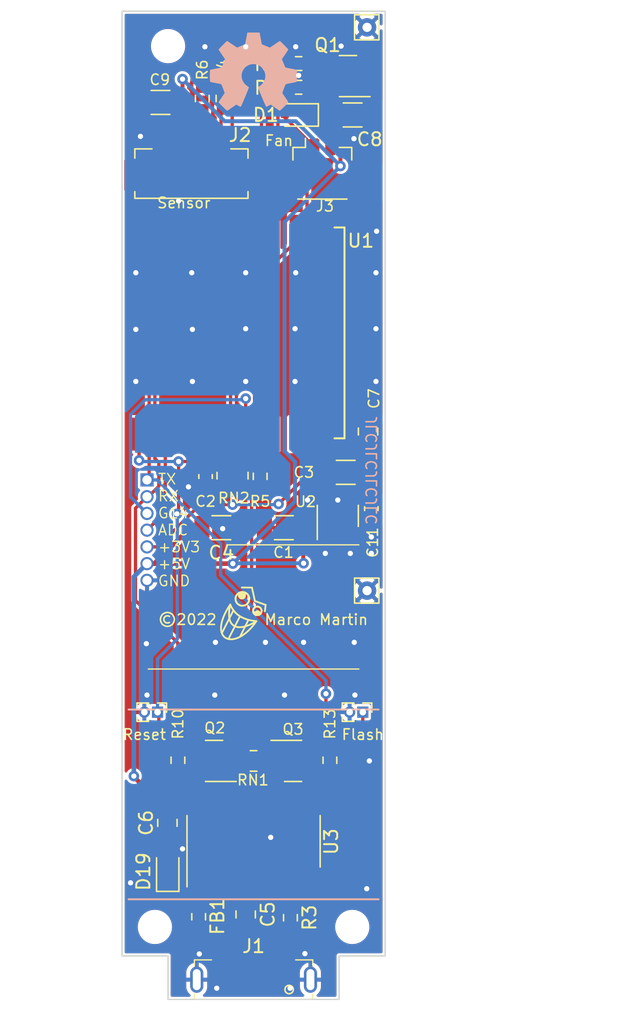
<source format=kicad_pcb>
(kicad_pcb (version 20221018) (generator pcbnew)
  (layers (0 "F.Cu" signal) (31 "B.Cu" signal) (34 "B.Paste" user) (35 "F.Paste" user) (36 "B.SilkS" user "B.Silkscreen") (37 "F.SilkS" user "F.Silkscreen") (38 "B.Mask" user) (39 "F.Mask" user) (44 "Edge.Cuts" user))
  (net 0 "")
  (net 1 "GND")
  (net 2 "+5V")
  (net 3 "GPIO2")
  (net 8 "Net-(J1-PadA5)")
  (net 9 "Net-(D1-Pad2)")
  (net 10 "Net-(Q1-Pad1)")
  (net 11 "GPIO15")
  (net 12 "Net-(RN2-Pad4)")
  (net 13 "GPIO10")
  (net 14 "GPIO9")
  (net 15 "GPIO4")
  (net 16 "GPIO13")
  (net 17 "GPIO12")
  (net 18 "GPIO14")
  (net 19 "GPIO16")
  (net 20 "Net-(C5-Pad1)")
  (net 21 "RX")
  (net 22 "TX")
  (net 23 "Net-(Q2-Pad1)")
  (net 24 "RST")
  (net 25 "Net-(Q2-Pad2)")
  (net 26 "GPIO0")
  (net 27 "Net-(Q3-Pad2)")
  (net 36 "+3V3")
  (net 37 "GPIO5")
  (net 38 "Net-(R10-Pad2)")
  (net 39 "Net-(R13-Pad2)")
  (net 40 "/D_P")
  (net 41 "/D_N")
  (net 42 "Net-(C11-Pad1)")
  (net 43 "Net-(Q3-Pad1)")
  (net 44 "ADC")
  (net 45 "Net-(J2-Pad3)")
  (net 46 "Net-(J2-Pad4)")
  (net 47 "/VBUS")
  (footprint "Package_TO_SOT_SMD:SOT-23-5" (layer "F.Cu") (at 46.4 68.3 90)
    (fp_text reference "U2")
    (fp_text value "SPX3819M5-L-3-3_SOT-23-5")
  )
  (footprint "espriktning:usb-c-vertical-8" (layer "F.Cu") (at 40 103.5)
    (fp_text reference "J1")
    (fp_text value "USB_C_Receptacle_USB2.0")
  )
  (footprint "Resistor_SMD:R_0603_1608Metric" (layer "F.Cu") (at 42.8 98.8 -90)
    (fp_text reference "R3")
    (fp_text value "5.1k")
  )
  (footprint "espriktning:X1502WVS-04-9TSN" (layer "F.Cu") (at 35.275 42.2)
    (fp_text reference "J2")
    (fp_text value "Conn_Sensor")
  )
  (footprint "Resistor_SMD:R_0603_1608Metric" (layer "F.Cu") (at 43.425 35.775 180)
    (fp_text reference "R8")
    (fp_text value "100")
  )
  (footprint "Resistor_SMD:R_0603_1608Metric" (layer "F.Cu") (at 43.425 33.975 180)
    (fp_text reference "R9")
    (fp_text value "12k")
  )
  (footprint "Connector_Molex:Molex_PicoBlade_53398-0271_1x02-1MP_P1.25mm_Vertical" (layer "F.Cu") (at 45.225 41.55)
    (fp_text reference "J3")
    (fp_text value "Conn_Fan")
  )
  (footprint "Resistor_SMD:R_0603_1608Metric" (layer "F.Cu") (at 40.5 65.3 -90)
    (fp_text reference "R5")
    (fp_text value "12k")
  )
  (footprint "Capacitor_SMD:C_1206_3216Metric" (layer "F.Cu") (at 47 65)
    (fp_text reference "C3")
    (fp_text value "10u")
  )
  (footprint "Capacitor_SMD:C_1206_3216Metric" (layer "F.Cu") (at 37.55 69.2)
    (fp_text reference "C4")
    (fp_text value "10u")
  )
  (footprint "Connector_PinHeader_1.00mm:PinHeader_1x02_P1.00mm_Vertical" (layer "F.Cu") (at 32.7 83.2 -90)
    (fp_text reference "SW1" hide)
    (fp_text value "Reset")
  )
  (footprint "Connector_PinHeader_1.00mm:PinHeader_1x02_P1.00mm_Vertical" (layer "F.Cu") (at 48.3 83.2 -90)
    (fp_text reference "SW2" hide)
    (fp_text value "Flash")
  )
  (footprint "MountingHole:MountingHole_2.1mm" (layer "F.Cu") (at 32.5 99.5)
    (fp_text reference "REF**" hide)
    (fp_text value "MountingHole_2.1mm" hide)
  )
  (footprint "MountingHole:MountingHole_2.1mm" (layer "F.Cu") (at 47.5 99.5)
    (fp_text reference "REF**" hide)
    (fp_text value "MountingHole_2.1mm" hide)
  )
  (footprint "Capacitor_SMD:C_0603_1608Metric" (layer "F.Cu") (at 36.35 65.314511 -90)
    (fp_text reference "C2")
    (fp_text value "470p")
  )
  (footprint "Capacitor_SMD:C_0805_2012Metric" (layer "F.Cu") (at 48.7 61.9 -90)
    (fp_text reference "C7")
    (fp_text value "100u")
  )
  (footprint "Capacitor_SMD:C_0805_2012Metric" (layer "F.Cu") (at 39.4 98.55 -90)
    (fp_text reference "C5")
    (fp_text value "100n")
  )
  (footprint "Capacitor_SMD:C_0805_2012Metric" (layer "F.Cu") (at 33.45 91.6 -90)
    (fp_text reference "C6")
    (fp_text value "100n")
  )
  (footprint "Package_TO_SOT_SMD:SOT-23" (layer "F.Cu") (at 37 86.9 180)
    (fp_text reference "Q2")
    (fp_text value "S8050")
  )
  (footprint "Package_TO_SOT_SMD:SOT-23" (layer "F.Cu") (at 43 86.9)
    (fp_text reference "Q3")
    (fp_text value "S8050")
  )
  (footprint "Package_SO:SOIC-16_3.9x9.9mm_P1.27mm" (layer "F.Cu") (at 40 93 90)
    (fp_text reference "U3")
    (fp_text value "CH340C")
  )
  (footprint "Capacitor_SMD:C_1206_3216Metric" (layer "F.Cu") (at 47.525 37.875)
    (fp_text reference "C8")
    (fp_text value "10u")
  )
  (footprint "Capacitor_SMD:C_1206_3216Metric" (layer "F.Cu") (at 32.925 36.925 180)
    (fp_text reference "C9")
    (fp_text value "10u")
  )
  (footprint "Diode_SMD:D_SOD-323" (layer "F.Cu") (at 33.475 95.3 90)
    (fp_text reference "D19")
    (fp_text value "1N4007")
  )
  (footprint "Resistor_SMD:R_0603_1608Metric" (layer "F.Cu") (at 34.25 86.85 -90)
    (fp_text reference "R10")
    (fp_text value "470R")
  )
  (footprint "Resistor_SMD:R_0603_1608Metric" (layer "F.Cu") (at 45.8 86.85 -90)
    (fp_text reference "R13")
    (fp_text value "470R")
  )
  (footprint "Diode_SMD:D_SOD-323" (layer "F.Cu") (at 43.425 37.875 180)
    (fp_text reference "D1")
    (fp_text value "1N4007")
  )
  (footprint "ESP8266:ESP-12E_SMD" (layer "F.Cu") (at 31.2875 61.4 90)
    (fp_text reference "U1")
    (fp_text value "ESP-12F" hide)
  )
  (footprint "Package_TO_SOT_SMD:SOT-23" (layer "F.Cu") (at 47.175 34.925 180)
    (fp_text reference "Q1")
    (fp_text value "2N7002K")
  )
  (footprint "Capacitor_SMD:C_1206_3216Metric" (layer "F.Cu") (at 42.3 69.2 180)
    (fp_text reference "C1")
    (fp_text value "10u")
  )
  (footprint "Capacitor_SMD:C_0603_1608Metric" (layer "F.Cu") (at 48.95 67.75 -90)
    (fp_text reference "C11")
    (fp_text value "470p")
  )
  (footprint "Connector_Pin:Pin_D0.7mm_L6.5mm_W1.8mm_FlatFork" (layer "F.Cu") (at 48.625 73.975)
    (fp_text reference "J6" hide)
    (fp_text value "Conn_01x01_Male" hide)
  )
  (footprint "Resistor_SMD:R_Array_Convex_2x0402" (layer "F.Cu") (at 40 86.9 180)
    (fp_text reference "RN1")
    (fp_text value "10k")
  )
  (footprint "Resistor_SMD:R_Array_Convex_4x0402" (layer "F.Cu") (at 38.4 65.25 -90)
    (fp_text reference "RN2")
    (fp_text value "12k")
  )
  (footprint "Connector_PinSocket_1.27mm:PinSocket_1x07_P1.27mm_Vertical" (layer "F.Cu") (at 31.9 65.575)
    (fp_text reference "J4" hide)
    (fp_text value "Conn_01x08")
  )
  (footprint "MountingHole:MountingHole_2.1mm" (layer "F.Cu") (at 33.5 32.65)
    (fp_text reference "REF**" hide)
    (fp_text value "MountingHole_2.1mm" hide)
  )
  (footprint "Resistor_SMD:R_0603_1608Metric" (layer "F.Cu") (at 36.1 36.625 90)
    (fp_text reference "R6")
    (fp_text value "470R")
  )
  (footprint "Connector_Pin:Pin_D0.7mm_L6.5mm_W1.8mm_FlatFork" (layer "F.Cu") (at 48.625 31.225)
    (fp_text reference "J7" hide)
    (fp_text value "Conn_01x01_Male" hide)
  )
  (footprint "Resistor_SMD:R_0603_1608Metric" (layer "F.Cu") (at 37.675 36.625 90)
    (fp_text reference "R4")
    (fp_text value "470R")
  )
  (footprint "Resistor_SMD:R_0603_1608Metric" (layer "F.Cu") (at 35.825 98.725 90)
    (fp_text reference "FB1")
    (fp_text value "60R")
  )
  (footprint "Symbol:OSHW-Symbol_6.7x6mm_SilkScreen" (layer "B.Cu") (at 40 34.6 180)
    (fp_text reference "REF**" hide)
    (fp_text value "OSHW-Symbol_6.7x6mm_SilkScreen" hide)
  )
  (gr_line (start 30.5 83) (end 49.5 83) (stroke (width 0.15)) (layer "B.SilkS"))
  (gr_line (start 30.5 97.4) (end 49.5 97.4) (stroke (width 0.15)) (layer "B.SilkS"))
  (gr_line (start 40.476316 75.772272) (end 40.463574 75.781333) (stroke (width 0.135466)) (layer "F.SilkS"))
  (gr_line (start 39.59482 74.330458) (end 39.607383 74.352306) (stroke (width 0.135466)) (layer "F.SilkS"))
  (gr_line (start 39.701951 76.213546) (end 39.865823 76.247273) (stroke (width 0.135466)) (layer "F.SilkS"))
  (gr_line (start 39.67035 74.600984) (end 39.67035 74.600984) (stroke (width 0.135466)) (layer "F.SilkS"))
  (gr_line (start 40.113339 75.789786) (end 40.100153 75.781333) (stroke (width 0.135466)) (layer "F.SilkS"))
  (gr_line (start 40.248634 75.188516) (end 40.265139 75.187261) (stroke (width 0.135466)) (layer "F.SilkS"))
  (gr_line (start 38.161545 76.090112) (end 38.1441 75.97623) (stroke (width 0.135466)) (layer "F.SilkS"))
  (gr_line (start 39.14864 74.079274) (end 39.175487 74.079953) (stroke (width 0.135466)) (layer "F.SilkS"))
  (gr_line (start 38.70246 74.871509) (end 38.689898 74.849662) (stroke (width 0.135466)) (layer "F.SilkS"))
  (gr_line (start 40.185218 75.20145) (end 40.200641 75.19707) (stroke (width 0.135466)) (layer "F.SilkS"))
  (gr_line (start 40.265139 75.187261) (end 40.281863 75.186839) (stroke (width 0.135466)) (layer "F.SilkS"))
  (gr_line (start 39.499426 74.987163) (end 39.480496 75.00356) (stroke (width 0.135466)) (layer "F.SilkS"))
  (gr_line (start 40.488593 75.762624) (end 40.476316 75.772272) (stroke (width 0.135466)) (layer "F.SilkS"))
  (gr_line (start 38.186531 76.194061) (end 38.161545 76.090112) (stroke (width 0.135466)) (layer "F.SilkS"))
  (gr_line (start 38.678376 74.374801) (end 38.689898 74.352306) (stroke (width 0.135466)) (layer "F.SilkS"))
  (gr_line (start 39.175487 74.079953) (end 39.201982 74.081967) (stroke (width 0.135466)) (layer "F.SilkS"))
  (gr_line (start 40.281863 75.836838) (end 40.265139 75.836415) (stroke (width 0.135466)) (layer "F.SilkS"))
  (gr_line (start 39.018257 74.095699) (end 39.043497 74.089873) (stroke (width 0.135466)) (layer "F.SilkS"))
  (gr_line (start 38.864394 75.852601) (end 38.924342 75.893835) (stroke (width 0.135466)) (layer "F.SilkS"))
  (gr_line (start 39.551217 74.93284) (end 39.534819 74.95177) (stroke (width 0.135466)) (layer "F.SilkS"))
  (gr_line (start 40.581323 75.638343) (end 40.574814 75.652739) (stroke (width 0.135466)) (layer "F.SilkS"))
  (gr_line (start 38.329718 75.248777) (end 38.368635 75.315646) (stroke (width 0.135466)) (layer "F.SilkS"))
  (gr_line (start 39.659751 74.495841) (end 39.664339 74.521532) (stroke (width 0.135466)) (layer "F.SilkS"))
  (gr_line (start 39.279024 75.106269) (end 39.253783 75.112094) (stroke (width 0.135466)) (layer "F.SilkS"))
  (gr_line (start 40.522434 75.73036) (end 40.511673 75.741647) (stroke (width 0.135466)) (layer "F.SilkS"))
  (gr_line (start 38.856947 75.033594) (end 38.836493 75.019048) (stroke (width 0.135466)) (layer "F.SilkS"))
  (gr_line (start 39.095298 74.081967) (end 39.121793 74.079953) (stroke (width 0.135466)) (layer "F.SilkS"))
  (gr_line (start 40.511673 75.282029) (end 40.522434 75.293316) (stroke (width 0.135466)) (layer "F.SilkS"))
  (gr_line (start 38.667929 74.804057) (end 38.658587 74.780365) (stroke (width 0.135466)) (layer "F.SilkS"))
  (gr_line (start 39.638693 74.780365) (end 39.629352 74.804057) (stroke (width 0.135466)) (layer "F.SilkS"))
  (gr_line (start 39.043497 74.089873) (end 39.069189 74.085285) (stroke (width 0.135466)) (layer "F.SilkS"))
  (gr_line (start 39.544843 76.1727) (end 39.701951 76.213546) (stroke (width 0.135466)) (layer "F.SilkS"))
  (gr_line (start 40.393609 75.817117) (end 40.378508 75.822226) (stroke (width 0.135466)) (layer "F.SilkS"))
  (gr_line (start 39.440333 74.168374) (end 39.460788 74.182919) (stroke (width 0.135466)) (layer "F.SilkS"))
  (gr_line (start 38.856947 74.168374) (end 38.878115 74.154804) (stroke (width 0.135466)) (layer "F.SilkS"))
  (gr_line (start 39.669671 74.627831) (end 39.667657 74.654325) (stroke (width 0.135466)) (layer "F.SilkS"))
  (gr_line (start 39.419166 74.154804) (end 39.440333 74.168374) (stroke (width 0.135466)) (layer "F.SilkS"))
  (gr_line (start 39.251332 76.068611) (end 39.322089 76.097513) (stroke (width 0.135466)) (layer "F.SilkS"))
  (gr_line (start 39.960609 75.462344) (end 39.963467 75.446339) (stroke (width 0.135466)) (layer "F.SilkS"))
  (gr_line (start 40.488593 75.261053) (end 40.500386 75.271267) (stroke (width 0.135466)) (layer "F.SilkS"))
  (gr_line (start 39.646895 74.756124) (end 39.638693 74.780365) (stroke (width 0.135466)) (layer "F.SilkS"))
  (gr_line (start 37.537428 77.015441) (end 37.523776 76.872533) (stroke (width 0.135466)) (layer "F.SilkS"))
  (gr_line (start 40.605185 75.545067) (end 40.603118 75.561332) (stroke (width 0.135466)) (layer "F.SilkS"))
  (gr_line (start 39.960609 75.561332) (end 39.958542 75.545067) (stroke (width 0.135466)) (layer "F.SilkS"))
  (gr_line (start 39.175487 75.122015) (end 39.14864 75.122693) (stroke (width 0.135466)) (layer "F.SilkS"))
  (gr_line (start 40.02143 75.70629) (end 40.012369 75.693548) (stroke (width 0.135466)) (layer "F.SilkS"))
  (gr_line (start 39.956864 75.511838) (end 39.956864 75.511838) (stroke (width 0.135466)) (layer "F.SilkS"))
  (gr_line (start 39.253783 75.112094) (end 39.228091 75.116682) (stroke (width 0.135466)) (layer "F.SilkS"))
  (gr_line (start 39.988912 75.370937) (end 39.996089 75.356924) (stroke (width 0.135466)) (layer "F.SilkS"))
  (gr_line (start 40.596631 75.59306) (end 40.592252 75.608483) (stroke (width 0.135466)) (layer "F.SilkS"))
  (gr_line (start 40.298588 75.836415) (end 40.281863 75.836838) (stroke (width 0.135466)) (layer "F.SilkS"))
  (gr_line (start 40.606863 75.511838) (end 40.606863 75.511838) (stroke (width 0.135466)) (layer "F.SilkS"))
  (gr_line (start 39.14864 74.079274) (end 39.14864 74.079274) (stroke (width 0.135466)) (layer "F.SilkS"))
  (gr_line (start 39.328022 75.091036) (end 39.303781 75.099238) (stroke (width 0.135466)) (layer "F.SilkS"))
  (gr_line (start 38.658587 74.421602) (end 38.667929 74.397911) (stroke (width 0.135466)) (layer "F.SilkS"))
  (gr_line (start 40.126949 75.797612) (end 40.113339 75.789786) (stroke (width 0.135466)) (layer "F.SilkS"))
  (gr_line (start 39.201982 75.12) (end 39.175487 75.122015) (stroke (width 0.135466)) (layer "F.SilkS"))
  (gr_line (start 40.216364 75.830235) (end 40.200641 75.826606) (stroke (width 0.135466)) (layer "F.SilkS"))
  (gr_line (start 39.669671 74.574137) (end 39.67035 74.600984) (stroke (width 0.135466)) (layer "F.SilkS"))
  (gr_line (start 39.182345 76.037734) (end 39.251332 76.068611) (stroke (width 0.135466)) (layer "F.SilkS"))
  (gr_line (start 38.678376 74.827166) (end 38.667929 74.804057) (stroke (width 0.135466)) (layer "F.SilkS"))
  (gr_line (start 37.713468 75.967922) (end 37.808853 75.750939) (stroke (width 0.135466)) (layer "F.SilkS"))
  (gr_line (start 38.629624 74.547642) (end 38.632941 74.521532) (stroke (width 0.135466)) (layer "F.SilkS"))
  (gr_line (start 39.963467 75.446339) (end 39.967096 75.430615) (stroke (width 0.135466)) (layer "F.SilkS"))
  (gr_line (start 37.910219 77.583335) (end 37.817641 77.524552) (stroke (width 0.135466)) (layer "F.SilkS"))
  (gr_line (start 38.899962 75.059726) (end 38.878115 75.047164) (stroke (width 0.135466)) (layer "F.SilkS"))
  (gr_line (start 39.517545 74.969888) (end 39.499426 74.987163) (stroke (width 0.135466)) (layer "F.SilkS"))
  (gr_line (start 38.948723 77.490244) (end 38.797756 77.559256) (stroke (width 0.135466)) (layer "F.SilkS"))
  (gr_line (start 40.436777 75.797612) (end 40.422764 75.804789) (stroke (width 0.135466)) (layer "F.SilkS"))
  (gr_line (start 39.499426 74.214805) (end 39.517545 74.232079) (stroke (width 0.135466)) (layer "F.SilkS"))
  (gr_line (start 38.224957 75.032891) (end 38.257866 75.107432) (stroke (width 0.135466)) (layer "F.SilkS"))
  (gr_line (start 39.049728 75.969927) (end 39.115139 76.00485) (stroke (width 0.135466)) (layer "F.SilkS"))
  (gr_line (start 39.121793 75.122015) (end 39.095298 75.12) (stroke (width 0.135466)) (layer "F.SilkS"))
  (gr_line (start 40.126949 75.226064) (end 40.140962 75.218887) (stroke (width 0.135466)) (layer "F.SilkS"))
  (gr_line (start 39.967096 75.59306) (end 39.963467 75.577337) (stroke (width 0.135466)) (layer "F.SilkS"))
  (gr_line (start 39.397318 74.142241) (end 39.419166 74.154804) (stroke (width 0.135466)) (layer "F.SilkS"))
  (gr_line (start 40.463574 75.781333) (end 40.450387 75.789786) (stroke (width 0.135466)) (layer "F.SilkS"))
  (gr_line (start 48 70.5) (end 38 70.5) (stroke (width 0.1)) (layer "F.SilkS"))
  (gr_line (start 38.452388 75.44194) (end 38.497197 75.501429) (stroke (width 0.135466)) (layer "F.SilkS"))
  (gr_line (start 40.100153 75.781333) (end 40.087411 75.772272) (stroke (width 0.135466)) (layer "F.SilkS"))
  (gr_line (start 39.579573 77.039099) (end 39.419486 77.178708) (stroke (width 0.135466)) (layer "F.SilkS"))
  (gr_line (start 39.988912 75.652739) (end 39.982404 75.638343) (stroke (width 0.135466)) (layer "F.SilkS"))
  (gr_line (start 39.442671 76.666035) (end 39.340389 76.695488) (stroke (width 0.135466)) (layer "F.SilkS"))
  (gr_line (start 38.730575 74.288836) (end 38.746063 74.269128) (stroke (width 0.135466)) (layer "F.SilkS"))
  (gr_line (start 38.797756 77.559256) (end 38.65116 77.611317) (stroke (width 0.135466)) (layer "F.SilkS"))
  (gr_line (start 38.464431 75.481904) (end 37.600615 77.175323) (stroke (width 0.135466)) (layer "F.SilkS"))
  (gr_line (start 40.036355 76.274139) (end 40.213442 76.294403) (stroke (width 0.135466)) (layer "F.SilkS"))
  (gr_line (start 40.075133 75.762624) (end 40.063341 75.752409) (stroke (width 0.135466)) (layer "F.SilkS"))
  (gr_line (start 39.996089 75.356924) (end 40.003915 75.343314) (stroke (width 0.135466)) (layer "F.SilkS"))
  (gr_line (start 38.224957 75.032891) (end 38.224957 75.032891) (stroke (width 0.135466)) (layer "F.SilkS"))
  (gr_line (start 37.523776 76.872533) (end 37.526205 76.716582) (stroke (width 0.135466)) (layer "F.SilkS"))
  (gr_line (start 39.303781 75.099238) (end 39.279024 75.106269) (stroke (width 0.135466)) (layer "F.SilkS"))
  (gr_line (start 40.031078 75.305108) (end 40.041293 75.293316) (stroke (width 0.135466)) (layer "F.SilkS"))
  (gr_line (start 39.480496 74.198407) (end 39.499426 74.214805) (stroke (width 0.135466)) (layer "F.SilkS"))
  (gr_line (start 37.808853 75.750939) (end 37.925338 75.522587) (stroke (width 0.135466)) (layer "F.SilkS"))
  (gr_line (start 40.592252 75.608483) (end 40.587142 75.623584) (stroke (width 0.135466)) (layer "F.SilkS"))
  (gr_line (start 39.228091 74.085285) (end 39.253783 74.089873) (stroke (width 0.135466)) (layer "F.SilkS"))
  (gr_line (start 40.587142 75.623584) (end 40.581323 75.638343) (stroke (width 0.135466)) (layer "F.SilkS"))
  (gr_line (start 40.281863 75.186839) (end 40.298588 75.187261) (stroke (width 0.135466)) (layer "F.SilkS"))
  (gr_line (start 39.607383 74.849662) (end 39.59482 74.871509) (stroke (width 0.135466)) (layer "F.SilkS"))
  (gr_line (start 40.542297 75.317386) (end 40.551358 75.330128) (stroke (width 0.135466)) (layer "F.SilkS"))
  (gr_line (start 40.02143 75.317386) (end 40.031078 75.305108) (stroke (width 0.135466)) (layer "F.SilkS"))
  (gr_line (start 40.113339 75.23389) (end 40.126949 75.226064) (stroke (width 0.135466)) (layer "F.SilkS"))
  (gr_line (start 40.450387 75.789786) (end 40.436777 75.797612) (stroke (width 0.135466)) (layer "F.SilkS"))
  (gr_line (start 40.185218 75.822226) (end 40.170117 75.817117) (stroke (width 0.135466)) (layer "F.SilkS"))
  (gr_line (start 38.762461 74.250198) (end 38.779735 74.232079) (stroke (width 0.135466)) (layer "F.SilkS"))
  (gr_line (start 40.347362 75.193441) (end 40.363086 75.19707) (stroke (width 0.135466)) (layer "F.SilkS"))
  (gr_line (start 38.779735 74.969888) (end 38.762461 74.95177) (stroke (width 0.135466)) (layer "F.SilkS"))
  (gr_line (start 40.532649 75.305108) (end 40.542297 75.317386) (stroke (width 0.135466)) (layer "F.SilkS"))
  (gr_line (start 38.245963 77.668583) (end 38.125216 77.65563) (stroke (width 0.135466)) (layer "F.SilkS"))
  (gr_line (start 39.899476 76.704561) (end 39.739848 76.881143) (stroke (width 0.135466)) (layer "F.SilkS"))
  (gr_line (start 40.596631 75.430615) (end 40.60026 75.446339) (stroke (width 0.135466)) (layer "F.SilkS"))
  (gr_line (start 38.368635 75.315646) (end 38.409529 75.380023) (stroke (width 0.135466)) (layer "F.SilkS"))
  (gr_line (start 39.566705 74.913131) (end 39.551217 74.93284) (stroke (width 0.135466)) (layer "F.SilkS"))
  (gr_line (start 40.914757 75.058549) (end 40.914757 75.058549) (stroke (width 0.135466)) (layer "F.SilkS"))
  (gr_line (start 40.155359 75.212379) (end 40.170117 75.206559) (stroke (width 0.135466)) (layer "F.SilkS"))
  (gr_line (start 40.102258 74.763483) (end 40.102258 74.763483) (stroke (width 0.135466)) (layer "F.SilkS"))
  (gr_line (start 39.956864 75.511838) (end 39.956864 75.511838) (stroke (width 0.135466)) (layer "F.SilkS"))
  (gr_line (start 40.574814 75.370937) (end 40.581323 75.385333) (stroke (width 0.135466)) (layer "F.SilkS"))
  (gr_line (start 40.542297 75.70629) (end 40.532649 75.718568) (stroke (width 0.135466)) (layer "F.SilkS"))
  (gr_line (start 38.65116 77.611317) (end 38.509771 77.646706) (stroke (width 0.135466)) (layer "F.SilkS"))
  (gr_line (start 40.522434 75.293316) (end 40.532649 75.305108) (stroke (width 0.135466)) (layer "F.SilkS"))
  (gr_line (start 38.29279 75.179383) (end 38.329718 75.248777) (stroke (width 0.135466)) (layer "F.SilkS"))
  (gr_line (start 40.463574 75.242343) (end 40.476316 75.251404) (stroke (width 0.135466)) (layer "F.SilkS"))
  (gr_line (start 39.460788 74.182919) (end 39.480496 74.198407) (stroke (width 0.135466)) (layer "F.SilkS"))
  (gr_line (start 40.408368 75.212379) (end 40.422764 75.218887) (stroke (width 0.135466)) (layer "F.SilkS"))
  (gr_line (start 39.480496 75.00356) (end 39.460788 75.019048) (stroke (width 0.135466)) (layer "F.SilkS"))
  (gr_line (start 39.607383 74.352306) (end 39.618904 74.374801) (stroke (width 0.135466)) (layer "F.SilkS"))
  (gr_line (start 38.730575 74.913131) (end 38.71603 74.892677) (stroke (width 0.135466)) (layer "F.SilkS"))
  (gr_line (start 39.618904 74.827166) (end 39.607383 74.849662) (stroke (width 0.135466)) (layer "F.SilkS"))
  (gr_line (start 38.816784 74.198407) (end 38.836493 74.182919) (stroke (width 0.135466)) (layer "F.SilkS"))
  (gr_line (start 38.878115 74.154804) (end 38.899962 74.142241) (stroke (width 0.135466)) (layer "F.SilkS"))
  (gr_line (start 40.012369 75.330128) (end 40.02143 75.317386) (stroke (width 0.135466)) (layer "F.SilkS"))
  (gr_line (start 40.60026 75.446339) (end 40.603118 75.462344) (stroke (width 0.135466)) (layer "F.SilkS"))
  (gr_line (start 40.281863 75.836838) (end 40.281863 75.836838) (stroke (width 0.135466)) (layer "F.SilkS"))
  (gr_line (start 38.544626 76.663055) (end 38.47617 76.622147) (stroke (width 0.135466)) (layer "F.SilkS"))
  (gr_line (start 39.982404 75.638343) (end 39.976585 75.623584) (stroke (width 0.135466)) (layer "F.SilkS"))
  (gr_line (start 38.70246 74.330458) (end 38.71603 74.309291) (stroke (width 0.135466)) (layer "F.SilkS"))
  (gr_line (start 39.303781 74.102729) (end 39.328022 74.110931) (stroke (width 0.135466)) (layer "F.SilkS"))
  (gr_line (start 38.953444 76.751049) (end 38.863917 76.748218) (stroke (width 0.135466)) (layer "F.SilkS"))
  (gr_line (start 39.351713 75.081695) (end 39.328022 75.091036) (stroke (width 0.135466)) (layer "F.SilkS"))
  (gr_poly (pts (xy 39.353903 74.335852) (xy 39.353592 74.348176) (xy 39.352667 74.360337) (xy 39.351144 74.372322) (xy 39.349038 74.384115) (xy 39.346364 74.3957) (xy 39.343137 74.407064) (xy 39.339372 74.418191) (xy 39.335084 74.429066) (xy 39.330289 74.439674) (xy 39.325 74.45) (xy 39.319234 74.460028) (xy 39.313005 74.469744) (xy 39.306328 74.479133) (xy 39.299219 74.48818) (xy 39.291692 74.496869) (xy 39.283763 74.505186) (xy 39.275446 74.513115) (xy 39.266757 74.520642) (xy 39.257711 74.527751) (xy 39.248322 74.534427) (xy 39.238606 74.540656) (xy 39.228577 74.546423) (xy 39.218251 74.551711) (xy 39.207644 74.556507) (xy 39.196769 74.560795) (xy 39.185642 74.56456) (xy 39.174278 74.567787) (xy 39.162692 74.570461) (xy 39.150899 74.572567) (xy 39.138915 74.574089) (xy 39.126753 74.575014) (xy 39.11443 74.575326) (xy 39.102107 74.575014) (xy 39.089945 74.574089) (xy 39.07796 74.572567) (xy 39.066168 74.570461) (xy 39.054582 74.567787) (xy 39.043218 74.56456) (xy 39.032091 74.560795) (xy 39.021216 74.556507) (xy 39.010608 74.551711) (xy 39.000283 74.546423) (xy 38.990254 74.540656) (xy 38.980538 74.534427) (xy 38.971149 74.527751) (xy 38.962103 74.520642) (xy 38.953413 74.513115) (xy 38.945097 74.505186) (xy 38.937167 74.496869) (xy 38.929641 74.48818) (xy 38.922532 74.479133) (xy 38.915855 74.469744) (xy 38.909626 74.460028) (xy 38.90386 74.45) (xy 38.898571 74.439674) (xy 38.893776 74.429066) (xy 38.889488 74.418191) (xy 38.885723 74.407064) (xy 38.882496 74.3957) (xy 38.879822 74.384115) (xy 38.877716 74.372322) (xy 38.876193 74.360337) (xy 38.875268 74.348176) (xy 38.874957 74.335852) (xy 38.875268 74.323529) (xy 38.876193 74.311368) (xy 38.877716 74.299383) (xy 38.879822 74.28759) (xy 38.882496 74.276004) (xy 38.885723 74.26464) (xy 38.889488 74.253513) (xy 38.893776 74.242639) (xy 38.898571 74.232031) (xy 38.90386 74.221705) (xy 38.909626 74.211677) (xy 38.915855 74.201961) (xy 38.922532 74.192572) (xy 38.929641 74.183525) (xy 38.937167 74.174836) (xy 38.945097 74.166519) (xy 38.953413 74.15859) (xy 38.962103 74.151063) (xy 38.971149 74.143954) (xy 38.980538 74.137277) (xy 38.990254 74.131048) (xy 39.000283 74.125282) (xy 39.010608 74.119994) (xy 39.021216 74.115198) (xy 39.032091 74.11091) (xy 39.043218 74.107145) (xy 39.054582 74.103918) (xy 39.066168 74.101244) (xy 39.07796 74.099138) (xy 39.089945 74.097615) (xy 39.102107 74.096691) (xy 39.11443 74.096379) (xy 39.126753 74.096691) (xy 39.138915 74.097615) (xy 39.150899 74.099138) (xy 39.162692 74.101244) (xy 39.174278 74.103918) (xy 39.185642 74.107145) (xy 39.196769 74.11091) (xy 39.207644 74.115198) (xy 39.218251 74.119994) (xy 39.228577 74.125282) (xy 39.238606 74.131048) (xy 39.248322 74.137277) (xy 39.257711 74.143954) (xy 39.266757 74.151063) (xy 39.275446 74.15859) (xy 39.283763 74.166519) (xy 39.291692 74.174836) (xy 39.299219 74.183525) (xy 39.306328 74.192572) (xy 39.313005 74.201961) (xy 39.319234 74.211677) (xy 39.325 74.221705) (xy 39.330289 74.232031) (xy 39.335084 74.242639) (xy 39.339372 74.253513) (xy 39.343137 74.26464) (xy 39.346364 74.276004) (xy 39.349038 74.28759) (xy 39.351144 74.299383) (xy 39.352667 74.311368) (xy 39.353592 74.323529) (xy 39.353903 74.335852)) (stroke (width 0.135466)) (fill solid) (layer "F.SilkS"))
  (gr_line (start 40.559812 75.680362) (end 40.551358 75.693548) (stroke (width 0.135466)) (layer "F.SilkS"))
  (gr_line (start 39.996089 75.666752) (end 39.988912 75.652739) (stroke (width 0.135466)) (layer "F.SilkS"))
  (gr_line (start 39.971475 75.608483) (end 39.967096 75.59306) (stroke (width 0.135466)) (layer "F.SilkS"))
  (gr_line (start 38.658587 74.780365) (end 38.650385 74.756124) (stroke (width 0.135466)) (layer "F.SilkS"))
  (gr_line (start 40.363086 75.826606) (end 40.347362 75.830235) (stroke (width 0.135466)) (layer "F.SilkS"))
  (gr_line (start 39.958542 75.478609) (end 39.960609 75.462344) (stroke (width 0.135466)) (layer "F.SilkS"))
  (gr_line (start 40.603118 75.561332) (end 40.60026 75.577337) (stroke (width 0.135466)) (layer "F.SilkS"))
  (gr_line (start 40.574814 75.652739) (end 40.567637 75.666752) (stroke (width 0.135466)) (layer "F.SilkS"))
  (gr_line (start 39.440333 75.033594) (end 39.419166 75.047164) (stroke (width 0.135466)) (layer "F.SilkS"))
  (gr_line (start 40.603118 75.462344) (end 40.605185 75.478609) (stroke (width 0.135466)) (layer "F.SilkS"))
  (gr_line (start 39.228091 75.116682) (end 39.201982 75.12) (stroke (width 0.135466)) (layer "F.SilkS"))
  (gr_line (start 40.003915 75.343314) (end 40.012369 75.330128) (stroke (width 0.135466)) (layer "F.SilkS"))
  (gr_line (start 38.945567 74.120272) (end 38.969259 74.110931) (stroke (width 0.135466)) (layer "F.SilkS"))
  (gr_line (start 38.156375 75.416742) (end 38.181622 75.249721) (stroke (width 0.135466)) (layer "F.SilkS"))
  (gr_line (start 40.551358 75.330128) (end 40.559812 75.343314) (stroke (width 0.135466)) (layer "F.SilkS"))
  (gr_line (start 40.567637 75.356924) (end 40.574814 75.370937) (stroke (width 0.135466)) (layer "F.SilkS"))
  (gr_line (start 39.517545 74.232079) (end 39.534819 74.250198) (stroke (width 0.135466)) (layer "F.SilkS"))
  (gr_line (start 40.60026 75.577337) (end 40.596631 75.59306) (stroke (width 0.135466)) (layer "F.SilkS"))
  (gr_line (start 39.629352 74.804057) (end 39.618904 74.827166) (stroke (width 0.135466)) (layer "F.SilkS"))
  (gr_line (start 39.340389 76.695488) (end 39.239992 76.718948) (stroke (width 0.135466)) (layer "F.SilkS"))
  (gr_line (start 38.412926 76.572927) (end 38.355227 76.515166) (stroke (width 0.135466)) (layer "F.SilkS"))
  (gr_line (start 39.566705 74.288836) (end 39.58125 74.309291) (stroke (width 0.135466)) (layer "F.SilkS"))
  (gr_line (start 40.140962 75.218887) (end 40.155359 75.212379) (stroke (width 0.135466)) (layer "F.SilkS"))
  (gr_line (start 38.643355 74.731367) (end 38.637529 74.706126) (stroke (width 0.135466)) (layer "F.SilkS"))
  (gr_line (start 39.260424 77.300249) (end 39.103225 77.404001) (stroke (width 0.135466)) (layer "F.SilkS"))
  (gr_line (start 40.532649 75.718568) (end 40.522434 75.73036) (stroke (width 0.135466)) (layer "F.SilkS"))
  (gr_line (start 39.653925 74.731367) (end 39.646895 74.756124) (stroke (width 0.135466)) (layer "F.SilkS"))
  (gr_line (start 40.170117 75.817117) (end 40.155359 75.811297) (stroke (width 0.135466)) (layer "F.SilkS"))
  (gr_line (start 37.545552 76.547867) (end 37.582654 76.366665) (stroke (width 0.135466)) (layer "F.SilkS"))
  (gr_line (start 40.450387 75.23389) (end 40.463574 75.242343) (stroke (width 0.135466)) (layer "F.SilkS"))
  (gr_line (start 40.057619 76.509074) (end 39.899476 76.704561) (stroke (width 0.135466)) (layer "F.SilkS"))
  (gr_line (start 40.281863 75.186839) (end 40.281863 75.186839) (stroke (width 0.135466)) (layer "F.SilkS"))
  (gr_line (start 38.779735 74.232079) (end 38.797854 74.214805) (stroke (width 0.135466)) (layer "F.SilkS"))
  (gr_line (start 38.627609 74.574137) (end 38.629624 74.547642) (stroke (width 0.135466)) (layer "F.SilkS"))
  (gr_line (start 38.1441 75.97623) (end 38.134527 75.852184) (stroke (width 0.135466)) (layer "F.SilkS"))
  (gr_line (start 48 79.925) (end 32 79.925) (stroke (width 0.1)) (layer "F.SilkS"))
  (gr_line (start 39.534819 74.250198) (end 39.551217 74.269128) (stroke (width 0.135466)) (layer "F.SilkS"))
  (gr_line (start 38.969259 74.110931) (end 38.9935 74.102729) (stroke (width 0.135466)) (layer "F.SilkS"))
  (gr_line (start 39.60193 76.208877) (end 38.969035 77.474666) (stroke (width 0.135466)) (layer "F.SilkS"))
  (gr_line (start 39.865823 76.247273) (end 40.036355 76.274139) (stroke (width 0.135466)) (layer "F.SilkS"))
  (gr_poly (pts (xy 40.153995 75.677002) (xy 40.154189 75.669325) (xy 40.154765 75.661749) (xy 40.155714 75.654283) (xy 40.157025 75.646937) (xy 40.158691 75.639719) (xy 40.160701 75.63264) (xy 40.163047 75.625709) (xy 40.165718 75.618934) (xy 40.168705 75.612326) (xy 40.172 75.605894) (xy 40.175592 75.599647) (xy 40.179472 75.593594) (xy 40.183631 75.587745) (xy 40.18806 75.58211) (xy 40.192749 75.576697) (xy 40.197688 75.571516) (xy 40.202869 75.566576) (xy 40.208282 75.561887) (xy 40.213918 75.557459) (xy 40.219767 75.5533) (xy 40.225819 75.549419) (xy 40.232066 75.545827) (xy 40.238499 75.542533) (xy 40.245107 75.539545) (xy 40.251881 75.536874) (xy 40.258813 75.534529) (xy 40.265892 75.532518) (xy 40.273109 75.530853) (xy 40.280456 75.529541) (xy 40.287922 75.528592) (xy 40.295498 75.528016) (xy 40.303174 75.527822) (xy 40.310851 75.528016) (xy 40.318427 75.528592) (xy 40.325893 75.529541) (xy 40.333239 75.530853) (xy 40.340457 75.532518) (xy 40.347536 75.534529) (xy 40.354468 75.536874) (xy 40.361242 75.539545) (xy 40.36785 75.542533) (xy 40.374283 75.545827) (xy 40.38053 75.549419) (xy 40.386582 75.5533) (xy 40.392431 75.557459) (xy 40.398067 75.561887) (xy 40.40348 75.566576) (xy 40.408661 75.571516) (xy 40.4136 75.576697) (xy 40.418289 75.58211) (xy 40.422718 75.587745) (xy 40.426877 75.593594) (xy 40.430757 75.599647) (xy 40.434349 75.605894) (xy 40.437644 75.612326) (xy 40.440631 75.618934) (xy 40.443302 75.625709) (xy 40.445648 75.63264) (xy 40.447658 75.639719) (xy 40.449324 75.646937) (xy 40.450636 75.654283) (xy 40.451584 75.661749) (xy 40.45216 75.669325) (xy 40.452355 75.677002) (xy 40.45216 75.684679) (xy 40.451584 75.692255) (xy 40.450636 75.69972) (xy 40.449324 75.707067) (xy 40.447658 75.714284) (xy 40.445648 75.721363) (xy 40.443302 75.728295) (xy 40.440631 75.735069) (xy 40.437644 75.741678) (xy 40.434349 75.74811) (xy 40.430757 75.754357) (xy 40.426877 75.76041) (xy 40.422718 75.766259) (xy 40.418289 75.771894) (xy 40.4136 75.777307) (xy 40.408661 75.782488) (xy 40.40348 75.787428) (xy 40.398067 75.792116) (xy 40.392431 75.796545) (xy 40.386582 75.800704) (xy 40.38053 75.804585) (xy 40.374283 75.808177) (xy 40.36785 75.811471) (xy 40.361242 75.814459) (xy 40.354468 75.81713) (xy 40.347536 75.819475) (xy 40.340457 75.821485) (xy 40.333239 75.823151) (xy 40.325893 75.824463) (xy 40.318427 75.825412) (xy 40.310851 75.825988) (xy 40.303174 75.826182) (xy 40.295498 75.825988) (xy 40.287922 75.825412) (xy 40.280456 75.824463) (xy 40.273109 75.823151) (xy 40.265892 75.821485) (xy 40.258813 75.819475) (xy 40.251881 75.81713) (xy 40.245107 75.814459) (xy 40.238499 75.811471) (xy 40.232066 75.808177) (xy 40.225819 75.804585) (xy 40.219767 75.800704) (xy 40.213918 75.796545) (xy 40.208282 75.792116) (xy 40.202869 75.787428) (xy 40.197688 75.782488) (xy 40.192749 75.777307) (xy 40.18806 75.771894) (xy 40.183631 75.766259) (xy 40.179472 75.76041) (xy 40.175592 75.754357) (xy 40.172 75.74811) (xy 40.168705 75.741678) (xy 40.165718 75.735069) (xy 40.163047 75.728295) (xy 40.160701 75.721363) (xy 40.158691 75.714284) (xy 40.157025 75.707067) (xy 40.155714 75.69972) (xy 40.154765 75.692255) (xy 40.154189 75.684679) (xy 40.153995 75.677002)) (stroke (width 0.135466)) (fill solid) (layer "F.SilkS"))
  (gr_line (start 39.534819 74.95177) (end 39.517545 74.969888) (stroke (width 0.135466)) (layer "F.SilkS"))
  (gr_line (start 38.617961 76.695885) (end 38.544626 76.663055) (stroke (width 0.135466)) (layer "F.SilkS"))
  (gr_line (start 38.689898 74.352306) (end 38.70246 74.330458) (stroke (width 0.135466)) (layer "F.SilkS"))
  (gr_line (start 38.689898 74.849662) (end 38.678376 74.827166) (stroke (width 0.135466)) (layer "F.SilkS"))
  (gr_line (start 38.969259 75.091036) (end 38.945567 75.081695) (stroke (width 0.135466)) (layer "F.SilkS"))
  (gr_line (start 40.393609 75.206559) (end 40.408368 75.212379) (stroke (width 0.135466)) (layer "F.SilkS"))
  (gr_line (start 38.836493 74.182919) (end 38.856947 74.168374) (stroke (width 0.135466)) (layer "F.SilkS"))
  (gr_line (start 39.141814 76.736183) (end 39.046187 76.74696) (stroke (width 0.135466)) (layer "F.SilkS"))
  (gr_line (start 40.347362 75.830235) (end 40.331357 75.833093) (stroke (width 0.135466)) (layer "F.SilkS"))
  (gr_line (start 39.103225 77.404001) (end 38.948723 77.490244) (stroke (width 0.135466)) (layer "F.SilkS"))
  (gr_line (start 38.945567 75.081695) (end 38.922457 75.071247) (stroke (width 0.135466)) (layer "F.SilkS"))
  (gr_line (start 40.232369 75.190583) (end 40.248634 75.188516) (stroke (width 0.135466)) (layer "F.SilkS"))
  (gr_line (start 39.069189 74.085285) (end 39.095298 74.081967) (stroke (width 0.135466)) (layer "F.SilkS"))
  (gr_line (start 39.201982 74.081967) (end 39.228091 74.085285) (stroke (width 0.135466)) (layer "F.SilkS"))
  (gr_line (start 40.052054 75.282029) (end 40.063341 75.271267) (stroke (width 0.135466)) (layer "F.SilkS"))
  (gr_line (start 38.355227 76.515166) (end 38.303406 76.44863) (stroke (width 0.135466)) (layer "F.SilkS"))
  (gr_line (start 38.632941 74.680435) (end 38.629624 74.654325) (stroke (width 0.135466)) (layer "F.SilkS"))
  (gr_line (start 38.9935 74.102729) (end 39.018257 74.095699) (stroke (width 0.135466)) (layer "F.SilkS"))
  (gr_line (start 39.653925 74.4706) (end 39.659751 74.495841) (stroke (width 0.135466)) (layer "F.SilkS"))
  (gr_line (start 40.592252 75.415193) (end 40.596631 75.430615) (stroke (width 0.135466)) (layer "F.SilkS"))
  (gr_line (start 40.170117 75.206559) (end 40.185218 75.20145) (stroke (width 0.135466)) (layer "F.SilkS"))
  (gr_line (start 40.476316 75.251404) (end 40.488593 75.261053) (stroke (width 0.135466)) (layer "F.SilkS"))
  (gr_line (start 40.331357 75.190583) (end 40.347362 75.193441) (stroke (width 0.135466)) (layer "F.SilkS"))
  (gr_line (start 40.500386 75.752409) (end 40.488593 75.762624) (stroke (width 0.135466)) (layer "F.SilkS"))
  (gr_line (start 38.878115 75.047164) (end 38.856947 75.033594) (stroke (width 0.135466)) (layer "F.SilkS"))
  (gr_line (start 38.133161 75.717742) (end 38.140333 75.572672) (stroke (width 0.135466)) (layer "F.SilkS"))
  (gr_line (start 39.419166 75.047164) (end 39.397318 75.059726) (stroke (width 0.135466)) (layer "F.SilkS"))
  (gr_line (start 38.592616 75.613255) (end 38.6432 75.665655) (stroke (width 0.135466)) (layer "F.SilkS"))
  (gr_line (start 38.650385 74.756124) (end 38.643355 74.731367) (stroke (width 0.135466)) (layer "F.SilkS"))
  (gr_line (start 40.155359 75.811297) (end 40.140962 75.804789) (stroke (width 0.135466)) (layer "F.SilkS"))
  (gr_line (start 39.976585 75.400092) (end 39.982404 75.385333) (stroke (width 0.135466)) (layer "F.SilkS"))
  (gr_line (start 37.925338 75.522587) (end 38.063761 75.283144) (stroke (width 0.135466)) (layer "F.SilkS"))
  (gr_line (start 40.063341 75.271267) (end 40.075133 75.261053) (stroke (width 0.135466)) (layer "F.SilkS"))
  (gr_line (start 38.836493 75.019048) (end 38.816784 75.00356) (stroke (width 0.135466)) (layer "F.SilkS"))
  (gr_line (start 39.875614 73.745721) (end 40.102258 74.763483) (stroke (width 0.135466)) (layer "F.SilkS"))
  (gr_line (start 39.67035 74.600984) (end 39.669671 74.627831) (stroke (width 0.135466)) (layer "F.SilkS"))
  (gr_line (start 37.582654 76.366665) (end 37.638347 76.173257) (stroke (width 0.135466)) (layer "F.SilkS"))
  (gr_line (start 39.069189 75.116682) (end 39.043497 75.112094) (stroke (width 0.135466)) (layer "F.SilkS"))
  (gr_line (start 38.013022 77.627121) (end 37.910219 77.583335) (stroke (width 0.135466)) (layer "F.SilkS"))
  (gr_line (start 39.239992 76.718948) (end 39.141814 76.736183) (stroke (width 0.135466)) (layer "F.SilkS"))
  (gr_line (start 39.739848 76.881143) (end 39.579573 77.039099) (stroke (width 0.135466)) (layer "F.SilkS"))
  (gr_line (start 39.374823 75.071247) (end 39.351713 75.081695) (stroke (width 0.135466)) (layer "F.SilkS"))
  (gr_line (start 39.956864 75.511838) (end 39.957287 75.495113) (stroke (width 0.135466)) (layer "F.SilkS"))
  (gr_line (start 39.982404 75.385333) (end 39.988912 75.370937) (stroke (width 0.135466)) (layer "F.SilkS"))
  (gr_line (start 39.551217 74.269128) (end 39.566705 74.288836) (stroke (width 0.135466)) (layer "F.SilkS"))
  (gr_line (start 39.328022 74.110931) (end 39.351713 74.120272) (stroke (width 0.135466)) (layer "F.SilkS"))
  (gr_line (start 38.71603 74.892677) (end 38.70246 74.871509) (stroke (width 0.135466)) (layer "F.SilkS"))
  (gr_line (start 37.736127 77.45105) (end 37.666512 77.363109) (stroke (width 0.135466)) (layer "F.SilkS"))
  (gr_line (start 38.637529 74.495841) (end 38.643355 74.4706) (stroke (width 0.135466)) (layer "F.SilkS"))
  (gr_line (start 38.986124 75.932933) (end 39.049728 75.969927) (stroke (width 0.135466)) (layer "F.SilkS"))
  (gr_line (start 38.637529 74.706126) (end 38.632941 74.680435) (stroke (width 0.135466)) (layer "F.SilkS"))
  (gr_line (start 38.62693 74.600984) (end 38.627609 74.574137) (stroke (width 0.135466)) (layer "F.SilkS"))
  (gr_line (start 38.6432 75.665655) (end 38.695682 75.715758) (stroke (width 0.135466)) (layer "F.SilkS"))
  (gr_line (start 38.695843 76.720868) (end 38.617961 76.695885) (stroke (width 0.135466)) (layer "F.SilkS"))
  (gr_line (start 39.629352 74.397911) (end 39.638693 74.421602) (stroke (width 0.135466)) (layer "F.SilkS"))
  (gr_line (start 39.322089 76.097513) (end 39.394602 76.124474) (stroke (width 0.135466)) (layer "F.SilkS"))
  (gr_line (start 39.351713 74.120272) (end 39.374823 74.13072) (stroke (width 0.135466)) (layer "F.SilkS"))
  (gr_line (start 38.257866 75.107432) (end 38.29279 75.179383) (stroke (width 0.135466)) (layer "F.SilkS"))
  (gr_line (start 40.606863 75.511838) (end 40.60644 75.528562) (stroke (width 0.135466)) (layer "F.SilkS"))
  (gr_line (start 40.331357 75.833093) (end 40.315093 75.83516) (stroke (width 0.135466)) (layer "F.SilkS"))
  (gr_line (start 39.957287 75.495113) (end 39.958542 75.478609) (stroke (width 0.135466)) (layer "F.SilkS"))
  (gr_line (start 38.134527 75.852184) (end 38.133161 75.717742) (stroke (width 0.135466)) (layer "F.SilkS"))
  (gr_line (start 37.638347 76.173257) (end 37.713468 75.967922) (stroke (width 0.135466)) (layer "F.SilkS"))
  (gr_line (start 39.971475 75.415193) (end 39.976585 75.400092) (stroke (width 0.135466)) (layer "F.SilkS"))
  (gr_line (start 40.315093 75.188516) (end 40.331357 75.190583) (stroke (width 0.135466)) (layer "F.SilkS"))
  (gr_line (start 38.77794 76.738235) (end 38.695843 76.720868) (stroke (width 0.135466)) (layer "F.SilkS"))
  (gr_line (start 38.95193 75.952298) (end 38.088115 77.645718) (stroke (width 0.135466)) (layer "F.SilkS"))
  (gr_line (start 38.257794 76.373088) (end 38.218725 76.288309) (stroke (width 0.135466)) (layer "F.SilkS"))
  (gr_line (start 40.422764 75.804789) (end 40.408368 75.811297) (stroke (width 0.135466)) (layer "F.SilkS"))
  (gr_line (start 39.958542 75.545067) (end 39.957287 75.528562) (stroke (width 0.135466)) (layer "F.SilkS"))
  (gr_line (start 39.394602 76.124474) (end 39.544843 76.1727) (stroke (width 0.135466)) (layer "F.SilkS"))
  (gr_line (start 38.71603 74.309291) (end 38.730575 74.288836) (stroke (width 0.135466)) (layer "F.SilkS"))
  (gr_line (start 40.422764 75.218887) (end 40.436777 75.226064) (stroke (width 0.135466)) (layer "F.SilkS"))
  (gr_line (start 39.963467 75.577337) (end 39.960609 75.561332) (stroke (width 0.135466)) (layer "F.SilkS"))
  (gr_line (start 38.627609 74.627831) (end 38.62693 74.600984) (stroke (width 0.135466)) (layer "F.SilkS"))
  (gr_line (start 40.041293 75.293316) (end 40.052054 75.282029) (stroke (width 0.135466)) (layer "F.SilkS"))
  (gr_line (start 38.509771 77.646706) (end 38.374427 77.665702) (stroke (width 0.135466)) (layer "F.SilkS"))
  (gr_line (start 40.378508 75.822226) (end 40.363086 75.826606) (stroke (width 0.135466)) (layer "F.SilkS"))
  (gr_line (start 38.218725 76.288309) (end 38.186531 76.194061) (stroke (width 0.135466)) (layer "F.SilkS"))
  (gr_line (start 40.140962 75.804789) (end 40.126949 75.797612) (stroke (width 0.135466)) (layer "F.SilkS"))
  (gr_line (start 40.087411 75.251404) (end 40.100153 75.242343) (stroke (width 0.135466)) (layer "F.SilkS"))
  (gr_line (start 38.9935 75.099238) (end 38.969259 75.091036) (stroke (width 0.135466)) (layer "F.SilkS"))
  (gr_line (start 39.638693 74.421602) (end 39.646895 74.445843) (stroke (width 0.135466)) (layer "F.SilkS"))
  (gr_line (start 40.012369 75.693548) (end 40.003915 75.680362) (stroke (width 0.135466)) (layer "F.SilkS"))
  (gr_line (start 40.031078 75.718568) (end 40.02143 75.70629) (stroke (width 0.135466)) (layer "F.SilkS"))
  (gr_line (start 40.100153 75.242343) (end 40.113339 75.23389) (stroke (width 0.135466)) (layer "F.SilkS"))
  (gr_line (start 38.750051 75.763595) (end 38.806292 75.809198) (stroke (width 0.135466)) (layer "F.SilkS"))
  (gr_line (start 38.746063 74.93284) (end 38.730575 74.913131) (stroke (width 0.135466)) (layer "F.SilkS"))
  (gr_line (start 40.003915 75.680362) (end 39.996089 75.666752) (stroke (width 0.135466)) (layer "F.SilkS"))
  (gr_line (start 38.643355 74.4706) (end 38.650385 74.445843) (stroke (width 0.135466)) (layer "F.SilkS"))
  (gr_line (start 40.605185 75.478609) (end 40.60644 75.495113) (stroke (width 0.135466)) (layer "F.SilkS"))
  (gr_line (start 38.303406 76.44863) (end 38.257794 76.373088) (stroke (width 0.135466)) (layer "F.SilkS"))
  (gr_line (start 39.279024 74.095699) (end 39.303781 74.102729) (stroke (width 0.135466)) (layer "F.SilkS"))
  (gr_line (start 39.67035 74.600984) (end 39.67035 74.600984) (stroke (width 0.135466)) (layer "F.SilkS"))
  (gr_line (start 40.232369 75.833093) (end 40.216364 75.830235) (stroke (width 0.135466)) (layer "F.SilkS"))
  (gr_line (start 39.115139 76.00485) (end 39.182345 76.037734) (stroke (width 0.135466)) (layer "F.SilkS"))
  (gr_line (start 39.58125 74.892677) (end 39.566705 74.913131) (stroke (width 0.135466)) (layer "F.SilkS"))
  (gr_line (start 40.408368 75.811297) (end 40.393609 75.817117) (stroke (width 0.135466)) (layer "F.SilkS"))
  (gr_line (start 40.378508 75.20145) (end 40.393609 75.206559) (stroke (width 0.135466)) (layer "F.SilkS"))
  (gr_line (start 39.970727 76.436976) (end 39.757506 76.544031) (stroke (width 0.135466)) (layer "F.SilkS"))
  (gr_line (start 38.899962 74.142241) (end 38.922457 74.13072) (stroke (width 0.135466)) (layer "F.SilkS"))
  (gr_line (start 40.265139 75.836415) (end 40.248634 75.83516) (stroke (width 0.135466)) (layer "F.SilkS"))
  (gr_line (start 39.664339 74.680435) (end 39.659751 74.706126) (stroke (width 0.135466)) (layer "F.SilkS"))
  (gr_line (start 39.967096 75.430615) (end 39.971475 75.415193) (stroke (width 0.135466)) (layer "F.SilkS"))
  (gr_line (start 40.60644 75.528562) (end 40.605185 75.545067) (stroke (width 0.135466)) (layer "F.SilkS"))
  (gr_line (start 39.460788 75.019048) (end 39.440333 75.033594) (stroke (width 0.135466)) (layer "F.SilkS"))
  (gr_line (start 37.609633 77.261008) (end 37.566326 77.145025) (stroke (width 0.135466)) (layer "F.SilkS"))
  (gr_line (start 40.213442 76.294403) (end 40.057619 76.509074) (stroke (width 0.135466)) (layer "F.SilkS"))
  (gr_line (start 38.762461 74.95177) (end 38.746063 74.93284) (stroke (width 0.135466)) (layer "F.SilkS"))
  (gr_line (start 40.200641 75.19707) (end 40.216364 75.193441) (stroke (width 0.135466)) (layer "F.SilkS"))
  (gr_line (start 38.497197 75.501429) (end 38.543944 75.558523) (stroke (width 0.135466)) (layer "F.SilkS"))
  (gr_line (start 40.363086 75.19707) (end 40.378508 75.20145) (stroke (width 0.135466)) (layer "F.SilkS"))
  (gr_line (start 39.14864 75.122693) (end 39.14864 75.122693) (stroke (width 0.135466)) (layer "F.SilkS"))
  (gr_line (start 38.922457 75.071247) (end 38.899962 75.059726) (stroke (width 0.135466)) (layer "F.SilkS"))
  (gr_line (start 39.59482 74.871509) (end 39.58125 74.892677) (stroke (width 0.135466)) (layer "F.SilkS"))
  (gr_line (start 39.095298 75.12) (end 39.069189 75.116682) (stroke (width 0.135466)) (layer "F.SilkS"))
  (gr_line (start 38.797854 74.987163) (end 38.779735 74.969888) (stroke (width 0.135466)) (layer "F.SilkS"))
  (gr_line (start 40.216364 75.193441) (end 40.232369 75.190583) (stroke (width 0.135466)) (layer "F.SilkS"))
  (gr_line (start 40.60644 75.495113) (end 40.606863 75.511838) (stroke (width 0.135466)) (layer "F.SilkS"))
  (gr_line (start 38.374427 77.665702) (end 38.245963 77.668583) (stroke (width 0.135466)) (layer "F.SilkS"))
  (gr_line (start 39.659751 74.706126) (end 39.653925 74.731367) (stroke (width 0.135466)) (layer "F.SilkS"))
  (gr_line (start 38.632941 74.521532) (end 38.637529 74.495841) (stroke (width 0.135466)) (layer "F.SilkS"))
  (gr_line (start 40.183508 76.311508) (end 39.970727 76.436976) (stroke (width 0.135466)) (layer "F.SilkS"))
  (gr_line (start 40.551358 75.693548) (end 40.542297 75.70629) (stroke (width 0.135466)) (layer "F.SilkS"))
  (gr_line (start 39.14864 75.122693) (end 39.121793 75.122015) (stroke (width 0.135466)) (layer "F.SilkS"))
  (gr_line (start 38.063761 75.283144) (end 38.224957 75.032891) (stroke (width 0.135466)) (layer "F.SilkS"))
  (gr_line (start 38.863917 76.748218) (end 38.77794 76.738235) (stroke (width 0.135466)) (layer "F.SilkS"))
  (gr_line (start 39.546506 76.63082) (end 39.442671 76.666035) (stroke (width 0.135466)) (layer "F.SilkS"))
  (gr_line (start 38.140333 75.572672) (end 38.156375 75.416742) (stroke (width 0.135466)) (layer "F.SilkS"))
  (gr_line (start 38.816784 75.00356) (end 38.797854 74.987163) (stroke (width 0.135466)) (layer "F.SilkS"))
  (gr_line (start 40.559812 75.343314) (end 40.567637 75.356924) (stroke (width 0.135466)) (layer "F.SilkS"))
  (gr_line (start 39.646895 74.445843) (end 39.653925 74.4706) (stroke (width 0.135466)) (layer "F.SilkS"))
  (gr_line (start 39.043497 75.112094) (end 39.018257 75.106269) (stroke (width 0.135466)) (layer "F.SilkS"))
  (gr_line (start 40.511673 75.741647) (end 40.500386 75.752409) (stroke (width 0.135466)) (layer "F.SilkS"))
  (gr_line (start 38.47617 76.622147) (end 38.412926 76.572927) (stroke (width 0.135466)) (layer "F.SilkS"))
  (gr_line (start 39.018257 75.106269) (end 38.9935 75.099238) (stroke (width 0.135466)) (layer "F.SilkS"))
  (gr_line (start 38.806292 75.809198) (end 38.864394 75.852601) (stroke (width 0.135466)) (layer "F.SilkS"))
  (gr_line (start 38.224957 75.032891) (end 38.224957 75.032891) (stroke (width 0.135466)) (layer "F.SilkS"))
  (gr_line (start 39.397318 75.059726) (end 39.374823 75.071247) (stroke (width 0.135466)) (layer "F.SilkS"))
  (gr_line (start 40.914757 75.058549) (end 40.859165 75.537496) (stroke (width 0.135466)) (layer "F.SilkS"))
  (gr_line (start 40.587142 75.400092) (end 40.592252 75.415193) (stroke (width 0.135466)) (layer "F.SilkS"))
  (gr_line (start 40.581323 75.385333) (end 40.587142 75.400092) (stroke (width 0.135466)) (layer "F.SilkS"))
  (gr_line (start 40.315093 75.83516) (end 40.298588 75.836415) (stroke (width 0.135466)) (layer "F.SilkS"))
  (gr_line (start 38.543944 75.558523) (end 38.592616 75.613255) (stroke (width 0.135466)) (layer "F.SilkS"))
  (gr_line (start 39.618904 74.374801) (end 39.629352 74.397911) (stroke (width 0.135466)) (layer "F.SilkS"))
  (gr_line (start 39.757506 76.544031) (end 39.546506 76.63082) (stroke (width 0.135466)) (layer "F.SilkS"))
  (gr_line (start 38.695682 75.715758) (end 38.750051 75.763595) (stroke (width 0.135466)) (layer "F.SilkS"))
  (gr_line (start 38.922457 74.13072) (end 38.945567 74.120272) (stroke (width 0.135466)) (layer "F.SilkS"))
  (gr_line (start 39.110154 73.737168) (end 39.875614 73.745721) (stroke (width 0.135466)) (layer "F.SilkS"))
  (gr_line (start 39.976585 75.623584) (end 39.971475 75.608483) (stroke (width 0.135466)) (layer "F.SilkS"))
  (gr_line (start 40.075133 75.261053) (end 40.087411 75.251404) (stroke (width 0.135466)) (layer "F.SilkS"))
  (gr_line (start 40.436777 75.226064) (end 40.450387 75.23389) (stroke (width 0.135466)) (layer "F.SilkS"))
  (gr_line (start 40.041293 75.73036) (end 40.031078 75.718568) (stroke (width 0.135466)) (layer "F.SilkS"))
  (gr_line (start 39.667657 74.654325) (end 39.664339 74.680435) (stroke (width 0.135466)) (layer "F.SilkS"))
  (gr_line (start 39.667657 74.547642) (end 39.669671 74.574137) (stroke (width 0.135466)) (layer "F.SilkS"))
  (gr_line (start 39.957287 75.528562) (end 39.956864 75.511838) (stroke (width 0.135466)) (layer "F.SilkS"))
  (gr_line (start 38.629624 74.654325) (end 38.627609 74.627831) (stroke (width 0.135466)) (layer "F.SilkS"))
  (gr_line (start 38.650385 74.445843) (end 38.658587 74.421602) (stroke (width 0.135466)) (layer "F.SilkS"))
  (gr_line (start 40.567637 75.666752) (end 40.559812 75.680362) (stroke (width 0.135466)) (layer "F.SilkS"))
  (gr_line (start 39.875614 73.745721) (end 39.875614 73.745721) (stroke (width 0.135466)) (layer "F.SilkS"))
  (gr_line (start 38.667929 74.397911) (end 38.678376 74.374801) (stroke (width 0.135466)) (layer "F.SilkS"))
  (gr_line (start 39.253783 74.089873) (end 39.279024 74.095699) (stroke (width 0.135466)) (layer "F.SilkS"))
  (gr_line (start 38.62693 74.600984) (end 38.62693 74.600984) (stroke (width 0.135466)) (layer "F.SilkS"))
  (gr_line (start 37.566326 77.145025) (end 37.537428 77.015441) (stroke (width 0.135466)) (layer "F.SilkS"))
  (gr_line (start 39.419486 77.178708) (end 39.260424 77.300249) (stroke (width 0.135466)) (layer "F.SilkS"))
  (gr_line (start 38.746063 74.269128) (end 38.762461 74.250198) (stroke (width 0.135466)) (layer "F.SilkS"))
  (gr_line (start 40.102258 74.763483) (end 40.914757 75.058549) (stroke (width 0.135466)) (layer "F.SilkS"))
  (gr_line (start 40.087411 75.772272) (end 40.075133 75.762624) (stroke (width 0.135466)) (layer "F.SilkS"))
  (gr_line (start 38.181622 75.249721) (end 38.216404 75.071377) (stroke (width 0.135466)) (layer "F.SilkS"))
  (gr_line (start 40.213442 76.294403) (end 40.213442 76.294403) (stroke (width 0.135466)) (layer "F.SilkS"))
  (gr_line (start 40.500386 75.271267) (end 40.511673 75.282029) (stroke (width 0.135466)) (layer "F.SilkS"))
  (gr_line (start 37.817641 77.524552) (end 37.736127 77.45105) (stroke (width 0.135466)) (layer "F.SilkS"))
  (gr_line (start 39.58125 74.309291) (end 39.59482 74.330458) (stroke (width 0.135466)) (layer "F.SilkS"))
  (gr_line (start 39.121793 74.079953) (end 39.14864 74.079274) (stroke (width 0.135466)) (layer "F.SilkS"))
  (gr_line (start 37.526205 76.716582) (end 37.545552 76.547867) (stroke (width 0.135466)) (layer "F.SilkS"))
  (gr_line (start 39.046187 76.74696) (end 38.953444 76.751049) (stroke (width 0.135466)) (layer "F.SilkS"))
  (gr_line (start 40.200641 75.826606) (end 40.185218 75.822226) (stroke (width 0.135466)) (layer "F.SilkS"))
  (gr_line (start 39.664339 74.521532) (end 39.667657 74.547642) (stroke (width 0.135466)) (layer "F.SilkS"))
  (gr_line (start 37.666512 77.363109) (end 37.609633 77.261008) (stroke (width 0.135466)) (layer "F.SilkS"))
  (gr_line (start 40.052054 75.741647) (end 40.041293 75.73036) (stroke (width 0.135466)) (layer "F.SilkS"))
  (gr_line (start 40.298588 75.187261) (end 40.315093 75.188516) (stroke (width 0.135466)) (layer "F.SilkS"))
  (gr_line (start 38.125216 77.65563) (end 38.013022 77.627121) (stroke (width 0.135466)) (layer "F.SilkS"))
  (gr_line (start 38.924342 75.893835) (end 38.986124 75.932933) (stroke (width 0.135466)) (layer "F.SilkS"))
  (gr_line (start 38.409529 75.380023) (end 38.452388 75.44194) (stroke (width 0.135466)) (layer "F.SilkS"))
  (gr_line (start 38.797854 74.214805) (end 38.816784 74.198407) (stroke (width 0.135466)) (layer "F.SilkS"))
  (gr_line (start 40.248634 75.83516) (end 40.232369 75.833093) (stroke (width 0.135466)) (layer "F.SilkS"))
  (gr_line (start 39.374823 74.13072) (end 39.397318 74.142241) (stroke (width 0.135466)) (layer "F.SilkS"))
  (gr_line (start 40.063341 75.752409) (end 40.052054 75.741647) (stroke (width 0.135466)) (layer "F.SilkS"))
  (gr_line (start 46.5 105) (end 46.5 101.7) (stroke (width 0.1)) (layer "Edge.Cuts"))
  (gr_line (start 50 101.7) (end 46.5 101.7) (stroke (width 0.1)) (layer "Edge.Cuts"))
  (gr_line (start 50 30) (end 50 101.7) (stroke (width 0.1)) (layer "Edge.Cuts"))
  (gr_line (start 30 101.7) (end 30 30) (stroke (width 0.1)) (layer "Edge.Cuts"))
  (gr_line (start 30 30) (end 50 30) (stroke (width 0.1)) (layer "Edge.Cuts"))
  (gr_line (start 33.5 101.7) (end 30 101.7) (stroke (width 0.1)) (layer "Edge.Cuts"))
  (gr_line (start 33.5 105) (end 33.5 101.7) (stroke (width 0.1)) (layer "Edge.Cuts"))
  (gr_line (start 46.5 105) (end 33.5 105) (stroke (width 0.1)) (layer "Edge.Cuts"))
  (gr_text "JLCJLCJLCJLC" (at 48.975 64.85 90) (layer "B.SilkS") (effects (font (size 0.8 0.8) (thickness 0.12)) (justify mirror)))
  (gr_text "TX\nRX\nG14\nADC\n+3V3\n+5V\nGND\n" (at 32.675 69.375) (layer "F.SilkS") (effects (font (size 0.8 0.8) (thickness 0.1)) (justify left)))
  (gr_text "Reset" (at 31.7 84.9) (layer "F.SilkS") (effects (font (size 0.8 0.8) (thickness 0.12))))
  (gr_text "Flash" (at 48.3 84.9) (layer "F.SilkS") (effects (font (size 0.8 0.8) (thickness 0.12))))
  (gr_text "©2022      Marco Martin" (at 40.725 76.175) (layer "F.SilkS") (effects (font (size 0.8 0.8) (thickness 0.12))))
  (gr_text "Sensor" (at 34.7 44.55) (layer "F.SilkS") (effects (font (size 0.8 0.8) (thickness 0.12))))
  (gr_text "Fan" (at 41.925 39.825) (layer "F.SilkS") (effects (font (size 0.8 0.8) (thickness 0.12))))
  (segment (start 42.8 101.85) (end 42.8 102.5) (width 0.6) (layer "F.Cu") (net 1))
  (segment (start 35.875 101.55) (end 36.5 101.55) (width 0.6) (layer "F.Cu") (net 1))
  (segment (start 37.2 102.5) (end 37.2 104.15) (width 0.6) (layer "F.Cu") (net 1))
  (segment (start 43.125 101.525) (end 42.8 101.85) (width 0.6) (layer "F.Cu") (net 1))
  (segment (start 36.5 101.55) (end 37.2 102.25) (width 0.6) (layer "F.Cu") (net 1))
  (segment (start 37.2 102.25) (end 37.2 102.5) (width 0.6) (layer "F.Cu") (net 1))
  (segment (start 43.9 101.525) (end 43.125 101.525) (width 0.6) (layer "F.Cu") (net 1))
  (segment (start 42.775 104.15) (end 42.775 102.525) (width 0.6) (layer "F.Cu") (net 1))
  (segment (start 42.775 102.525) (end 42.8 102.5) (width 0.25) (layer "F.Cu") (net 1))
  (via (at 31.4 39.5) (size 0.8) (drill 0.4) (layers "F.Cu" "B.Cu") (net 1))
  (via (at 42.35 81.9) (size 0.8) (drill 0.4) (layers "F.Cu" "B.Cu") (net 1))
  (via (at 39.4 49.85) (size 0.8) (drill 0.4) (layers "F.Cu" "B.Cu") (net 1))
  (via (at 36.3 32.7) (size 0.8) (drill 0.4) (layers "F.Cu" "B.Cu") (net 1))
  (via (at 35.05 66.1) (size 0.8) (drill 0.4) (layers "F.Cu" "B.Cu") (net 1))
  (via (at 35.35 58.1) (size 0.8) (drill 0.4) (layers "F.Cu" "B.Cu") (net 1))
  (via (at 43.2 49.85) (size 0.8) (drill 0.4) (layers "F.Cu" "B.Cu") (net 1))
  (via (at 45.45 71.15) (size 0.8) (drill 0.4) (layers "F.Cu" "B.Cu") (net 1))
  (via (at 30.65 96.15) (size 0.8) (drill 0.4) (layers "F.Cu" "B.Cu") (net 1))
  (via (at 37.05 81.9) (size 0.8) (drill 0.4) (layers "F.Cu" "B.Cu") (net 1))
  (via (at 40.9 77.9) (size 0.8) (drill 0.4) (layers "F.Cu" "B.Cu") (net 1))
  (via (at 48.95 71.15) (size 0.8) (drill 0.4) (layers "F.Cu" "B.Cu") (net 1))
  (via (at 39.4 32.7) (size 0.8) (drill 0.4) (layers "F.Cu" "B.Cu") (net 1))
  (via (at 39.4 58.1) (size 0.8) (drill 0.4) (layers "F.Cu" "B.Cu") (net 1))
  (via (at 49.3 54.1) (size 0.8) (drill 0.4) (layers "F.Cu" "B.Cu") (net 1))
  (via (at 47.625 39.675) (size 0.8) (drill 0.4) (layers "F.Cu" "B.Cu") (net 1))
  (via (at 48.6 96.6) (size 0.8) (drill 0.4) (layers "F.Cu" "B.Cu") (net 1))
  (via (at 31.85 78) (size 0.8) (drill 0.4) (layers "F.Cu" "B.Cu") (net 1))
  (via (at 43.15 58.1) (size 0.8) (drill 0.4) (layers "F.Cu" "B.Cu") (net 1))
  (via (at 49.3 49.85) (size 0.8) (drill 0.4) (layers "F.Cu" "B.Cu") (net 1))
  (via (at 34.6 93.575) (size 0.8) (drill 0.4) (layers "F.Cu" "B.Cu") (net 1))
  (via (at 43.15 54.1) (size 0.8) (drill 0.4) (layers "F.Cu" "B.Cu") (net 1))
  (via (at 39.4 54.1) (size 0.8) (drill 0.4) (layers "F.Cu" "B.Cu") (net 1))
  (via (at 31.05 49.85) (size 0.8) (drill 0.4) (layers "F.Cu" "B.Cu") (net 1))
  (via (at 47.7 81.9) (size 0.8) (drill 0.4) (layers "F.Cu" "B.Cu") (net 1))
  (via (at 43.8 77.9) (size 0.8) (drill 0.4) (layers "F.Cu" "B.Cu") (net 1))
  (via (at 34.3 44.4) (size 0.8) (drill 0.4) (layers "F.Cu" "B.Cu") (net 1))
  (via (at 48.8 86.9) (size 0.8) (drill 0.4) (layers "F.Cu" "B.Cu") (net 1))
  (via (at 31.9 81.9) (size 0.8) (drill 0.4) (layers "F.Cu" "B.Cu") (net 1))
  (via (at 46.4 67.1) (size 0.8) (drill 0.4) (layers "F.Cu" "B.Cu") (net 1))
  (via (at 47.65 77.9) (size 0.8) (drill 0.4) (layers "F.Cu" "B.Cu") (net 1))
  (via (at 43.425 34.875) (size 0.8) (drill 0.4) (layers "F.Cu" "B.Cu") (net 1))
  (via (at 49.3 58.1) (size 0.8) (drill 0.4) (layers "F.Cu" "B.Cu") (net 1))
  (via (at 47.35 71.15) (size 0.8) (drill 0.4) (layers "F.Cu" "B.Cu") (net 1))
  (via (at 48.95 69.9) (size 0.8) (drill 0.4) (layers "F.Cu" "B.Cu") (net 1))
  (via (at 37.1 77.9) (size 0.8) (drill 0.4) (layers "F.Cu" "B.Cu") (net 1))
  (via (at 43.2 32.7) (size 0.8) (drill 0.4) (layers "F.Cu" "B.Cu") (net 1))
  (via (at 35.3 49.85) (size 0.8) (drill 0.4) (layers "F.Cu" "B.Cu") (net 1))
  (via (at 49.35 46.7) (size 0.8) (drill 0.4) (layers "F.Cu" "B.Cu") (net 1))
  (via (at 46.65 32.65) (size 0.8) (drill 0.4) (layers "F.Cu" "B.Cu") (net 1))
  (via (at 41.3 92.7) (size 0.8) (drill 0.4) (layers "F.Cu" "B.Cu") (net 1))
  (via (at 37.65 69.275) (size 0.8) (drill 0.4) (layers "F.Cu" "B.Cu") (net 1))
  (via (at 35.875 101.55) (size 0.8) (drill 0.4) (layers "F.Cu" "B.Cu") (net 1))
  (via (at 42.775 104.15) (size 0.8) (drill 0.4) (layers "F.Cu" "B.Cu") (net 1))
  (via (at 44.1 67.1) (size 0.8) (drill 0.4) (layers "F.Cu" "B.Cu") (net 1))
  (via (at 43.9 101.525) (size 0.8) (drill 0.4) (layers "F.Cu" "B.Cu") (net 1))
  (via (at 31.05 54.15) (size 0.8) (drill 0.4) (layers "F.Cu" "B.Cu") (net 1))
  (via (at 37.2 104.15) (size 0.8) (drill 0.4) (layers "F.Cu" "B.Cu") (net 1))
  (via (at 35.35 54.15) (size 0.8) (drill 0.4) (layers "F.Cu" "B.Cu") (net 1))
  (via (at 31.05 58.1) (size 0.8) (drill 0.4) (layers "F.Cu" "B.Cu") (net 1))
  (segment (start 35.275 97.975) (end 32.17548 94.87548) (width 0.35) (layer "F.Cu") (net 2))
  (segment (start 47.12548 68.42548) (end 47.35 68.65) (width 0.3) (layer "F.Cu") (net 2))
  (segment (start 46.6 41.75) (end 46.6 38.425) (width 0.3) (layer "F.Cu") (net 2))
  (segment (start 45.85 40.3) (end 45.85 38.075) (width 0.3) (layer "F.Cu") (net 2))
  (segment (start 44.54952 68.42548) (end 47.12548 68.42548) (width 0.3) (layer "F.Cu") (net 2))
  (segment (start 34.6 35.15) (end 34.6 36.725) (width 0.3) (layer "F.Cu") (net 2))
  (segment (start 33.45 90.65) (end 35.43 90.65) (width 0.35) (layer "F.Cu") (net 2))
  (segment (start 45.85 38.075) (end 46.05 37.875) (width 0.3) (layer "F.Cu") (net 2))
  (segment (start 46.05 37.875) (end 44.475 37.875) (width 0.3) (layer "F.Cu") (net 2))
  (segment (start 43.775 69.2) (end 44.54952 68.42548) (width 0.3) (layer "F.Cu") (net 2))
  (segment (start 30.9 88.1) (end 30.9 88.05) (width 0.35) (layer "F.Cu") (net 2))
  (segment (start 35.8 97.975) (end 35.275 97.975) (width 0.35) (layer "F.Cu") (net 2))
  (segment (start 34.6 36.725) (end 34.4 36.925) (width 0.3) (layer "F.Cu") (net 2))
  (segment (start 47.35 68.65) (end 47.35 69.4375) (width 0.3) (layer "F.Cu") (net 2))
  (segment (start 34.525 40.45) (end 34.525 37.05) (width 0.3) (layer "F.Cu") (net 2))
  (segment (start 45.45 69.4375) (end 44.0125 69.4375) (width 0.3) (layer "F.Cu") (net 2))
  (segment (start 43.775 69.2) (end 43.775 71.875) (width 0.3) (layer "F.Cu") (net 2))
  (segment (start 46.6 38.425) (end 46.05 37.875) (width 0.3) (layer "F.Cu") (net 2))
  (segment (start 43.775 71.875) (end 43.8 71.9) (width 0.3) (layer "F.Cu") (net 2))
  (segment (start 33.45 90.65) (end 33.15096 90.65) (width 0.3) (layer "F.Cu") (net 2))
  (segment (start 35.43 90.65) (end 35.555 90.525) (width 0.3) (layer "F.Cu") (net 2))
  (segment (start 32.17548 94.87548) (end 32.17548 91.62548) (width 0.35) (layer "F.Cu") (net 2))
  (segment (start 31.9 71.925) (end 38.425 71.925) (width 0.35) (layer "F.Cu") (net 2))
  (segment (start 31.9 71.925) (end 32.45 71.925) (width 0.35) (layer "F.Cu") (net 2))
  (segment (start 32.45 71.925) (end 35.175 69.2) (width 0.35) (layer "F.Cu") (net 2))
  (segment (start 34.525 37.05) (end 34.4 36.925) (width 0.3) (layer "F.Cu") (net 2))
  (segment (start 30.9 88.05) (end 30.9 87.8) (width 0.35) (layer "F.Cu") (net 2))
  (segment (start 44.0125 69.4375) (end 43.775 69.2) (width 0.3) (layer "F.Cu") (net 2))
  (segment (start 33.45 90.65) (end 30.9 88.1) (width 0.35) (layer "F.Cu") (net 2))
  (segment (start 35.175 69.2) (end 36.075 69.2) (width 0.35) (layer "F.Cu") (net 2))
  (segment (start 32.17548 91.62548) (end 33.15096 90.65) (width 0.35) (layer "F.Cu") (net 2))
  (via (at 30.9 88.05) (size 0.8) (drill 0.4) (layers "F.Cu" "B.Cu") (net 2))
  (via (at 43.8 71.9) (size 0.8) (drill 0.4) (layers "F.Cu" "B.Cu") (net 2))
  (via (at 34.6 35.15) (size 0.8) (drill 0.4) (layers "F.Cu" "B.Cu") (net 2))
  (via (at 46.6 41.75) (size 0.8) (drill 0.4) (layers "F.Cu" "B.Cu") (net 2))
  (via (at 38.425 71.925) (size 0.8) (drill 0.4) (layers "F.Cu" "B.Cu") (net 2))
  (segment (start 37.8 38.35) (end 34.6 35.15) (width 0.3) (layer "B.Cu") (net 2))
  (segment (start 43.2 38.35) (end 37.8 38.35) (width 0.3) (layer "B.Cu") (net 2))
  (segment (start 42.35 46) (end 42.35 63.39003) (width 0.3) (layer "B.Cu") (net 2))
  (segment (start 42.649511 67.710459) (end 38.43497 71.925) (width 0.3) (layer "B.Cu") (net 2))
  (segment (start 46.6 41.75) (end 43.2 38.35) (width 0.3) (layer "B.Cu") (net 2))
  (segment (start 38.43497 71.925) (end 38.425 71.925) (width 0.3) (layer "B.Cu") (net 2))
  (segment (start 42.35 63.39003) (end 43.15 64.19003) (width 0.3) (layer "B.Cu") (net 2))
  (segment (start 30.9 72.925) (end 31.9 71.925) (width 0.35) (layer "B.Cu") (net 2))
  (segment (start 38.45 71.9) (end 38.425 71.925) (width 0.3) (layer "B.Cu") (net 2))
  (segment (start 43.8 71.9) (end 38.45 71.9) (width 0.3) (layer "B.Cu") (net 2))
  (segment (start 43.15 64.19003) (end 43.15 67.2) (width 0.3) (layer "B.Cu") (net 2))
  (segment (start 43.15 67.2) (end 42.649511 67.700489) (width 0.3) (layer "B.Cu") (net 2))
  (segment (start 46.6 41.75) (end 42.35 46) (width 0.3) (layer "B.Cu") (net 2))
  (segment (start 30.9 88.05) (end 30.9 72.925) (width 0.35) (layer "B.Cu") (net 2))
  (segment (start 42.649511 67.700489) (end 42.649511 67.710459) (width 0.3) (layer "B.Cu") (net 2))
  (segment (start 40.075 63.525) (end 40.075 48.6125) (width 0.25) (layer "F.Cu") (net 3))
  (segment (start 39.15 64.75) (end 39.15 64.45) (width 0.25) (layer "F.Cu") (net 3))
  (segment (start 40.075 48.6125) (end 41.2875 47.4) (width 0.25) (layer "F.Cu") (net 3))
  (segment (start 39.15 64.45) (end 40.075 63.525) (width 0.25) (layer "F.Cu") (net 3))
  (segment (start 41.2 102.5) (end 41.2 101.350978) (width 0.25) (layer "F.Cu") (net 8))
  (segment (start 42.8 99.750978) (end 42.8 99.625) (width 0.25) (layer "F.Cu") (net 8))
  (segment (start 41.2 101.350978) (end 42.8 99.750978) (width 0.25) (layer "F.Cu") (net 8))
  (segment (start 44.6 40.3) (end 42.375 38.075) (width 0.25) (layer "F.Cu") (net 9))
  (segment (start 43.2875 37.875) (end 46.2375 34.925) (width 0.25) (layer "F.Cu") (net 9))
  (segment (start 42.375 38.075) (end 42.375 37.875) (width 0.25) (layer "F.Cu") (net 9))
  (segment (start 42.375 37.875) (end 43.2875 37.875) (width 0.25) (layer "F.Cu") (net 9))
  (segment (start 48.1125 35.4125) (end 48.1125 35.875) (width 0.25) (layer "F.Cu") (net 10))
  (segment (start 44.25 35.775) (end 44.25 35.425) (width 0.25) (layer "F.Cu") (net 10))
  (segment (start 46.675 33.975) (end 48.1125 35.4125) (width 0.25) (layer "F.Cu") (net 10))
  (segment (start 44.25 33.975) (end 46.675 33.975) (width 0.25) (layer "F.Cu") (net 10))
  (segment (start 44.25 33.975) (end 44.25 35.775) (width 0.25) (layer "F.Cu") (net 10))
  (segment (start 40.5 64.475) (end 40.512989 64.462011) (width 0.25) (layer "F.Cu") (net 11))
  (segment (start 40.525 50.1625) (end 43.2875 47.4) (width 0.25) (layer "F.Cu") (net 11))
  (segment (start 40.525 60.625489) (end 40.525 50.1625) (width 0.25) (layer "F.Cu") (net 11))
  (segment (start 40.512989 60.6375) (end 40.525 60.625489) (width 0.25) (layer "F.Cu") (net 11))
  (segment (start 40.512989 64.462011) (end 40.512989 60.6375) (width 0.25) (layer "F.Cu") (net 11))
  (segment (start 35.2875 62.366294) (end 35.2875 61.4) (width 0.25) (layer "F.Cu") (net 12))
  (segment (start 37.65 64.728794) (end 35.2875 62.366294) (width 0.25) (layer "F.Cu") (net 12))
  (segment (start 37.65 64.75) (end 37.65 64.728794) (width 0.25) (layer "F.Cu") (net 12))
  (segment (start 40.599511 37.624511) (end 38.15048 35.17548) (width 0.25) (layer "F.Cu") (net 15))
  (segment (start 37.2875 45.2625) (end 37.9 44.65) (width 0.25) (layer "F.Cu") (net 15))
  (segment (start 38.15048 35.17548) (end 36.72452 35.17548) (width 0.25) (layer "F.Cu") (net 15))
  (segment (start 39.825 44.65) (end 40.599511 43.875489) (width 0.25) (layer "F.Cu") (net 15))
  (segment (start 37.9 44.65) (end 39.825 44.65) (width 0.25) (layer "F.Cu") (net 15))
  (segment (start 40.599511 43.875489) (end 40.599511 37.624511) (width 0.25) (layer "F.Cu") (net 15))
  (segment (start 36.72452 35.17548) (end 36.1 35.8) (width 0.25) (layer "F.Cu") (net 15))
  (segment (start 37.2875 47.4) (end 37.2875 45.2625) (width 0.25) (layer "F.Cu") (net 15))
  (segment (start 41.850489 36.524511) (end 42.6 35.775) (width 0.25) (layer "F.Cu") (net 16))
  (segment (start 44.062011 60.625489) (end 44.062011 41.012372) (width 0.25) (layer "F.Cu") (net 16))
  (segment (start 41.850489 38.80085) (end 41.850489 36.524511) (width 0.25) (layer "F.Cu") (net 16))
  (segment (start 44.062011 41.012372) (end 41.850489 38.80085) (width 0.25) (layer "F.Cu") (net 16))
  (segment (start 43.2875 61.4) (end 44.062011 60.625489) (width 0.25) (layer "F.Cu") (net 16))
  (segment (start 39.4 61.2875) (end 39.2875 61.4) (width 0.25) (layer "F.Cu") (net 18))
  (segment (start 39.4 59.4) (end 39.4 61.2875) (width 0.25) (layer "F.Cu") (net 18))
  (via (at 39.4 59.4) (size 0.8) (drill 0.4) (layers "F.Cu" "B.Cu") (net 18))
  (segment (start 31.7625 59.4875) (end 30.65 60.6) (width 0.25) (layer "B.Cu") (net 18))
  (segment (start 30.65 66.865) (end 31.9 68.115) (width 0.25) (layer "B.Cu") (net 18))
  (segment (start 39.4 59.4) (end 39.3125 59.4875) (width 0.25) (layer "B.Cu") (net 18))
  (segment (start 39.3125 59.4875) (end 31.7625 59.4875) (width 0.25) (layer "B.Cu") (net 18))
  (segment (start 30.65 60.6) (end 30.65 66.865) (width 0.25) (layer "B.Cu") (net 18))
  (segment (start 39.4 95.51) (end 39.365 95.475) (width 0.25) (layer "F.Cu") (net 20))
  (segment (start 39.4 97.6) (end 39.4 95.51) (width 0.25) (layer "F.Cu") (net 20))
  (segment (start 32.8 64.25) (end 32.5 63.95) (width 0.25) (layer "F.Cu") (net 21))
  (segment (start 32.5 63.95) (end 32.5 48.1875) (width 0.25) (layer "F.Cu") (net 21))
  (segment (start 34.25 77.95) (end 31.025 74.725) (width 0.25) (layer "F.Cu") (net 21))
  (segment (start 32.8 66.052106) (end 32.8 64.25) (width 0.25) (layer "F.Cu") (net 21))
  (segment (start 32.007106 66.845) (end 32.8 66.052106) (width 0.25) (layer "F.Cu") (net 21))
  (segment (start 31.025 74.725) (end 31.025 67.72) (width 0.25) (layer "F.Cu") (net 21))
  (segment (start 34.25 86.025) (end 33.975489 85.750489) (width 0.25) (layer "F.Cu") (net 21))
  (segment (start 31.9 66.845) (end 32.007106 66.845) (width 0.25) (layer "F.Cu") (net 21))
  (segment (start 31.025 67.72) (end 31.9 66.845) (width 0.25) (layer "F.Cu") (net 21))
  (segment (start 34.25 86.025) (end 34.25 77.95) (width 0.25) (layer "F.Cu") (net 21))
  (segment (start 32.5 48.1875) (end 33.2875 47.4) (width 0.25) (layer "F.Cu") (net 21))
  (segment (start 45.5 85.725) (end 45.8 86.025) (width 0.25) (layer "F.Cu") (net 22))
  (segment (start 32.062011 48.174511) (end 31.2875 47.4) (width 0.25) (layer "F.Cu") (net 22))
  (segment (start 32.062011 65.412989) (end 32.062011 48.174511) (width 0.25) (layer "F.Cu") (net 22))
  (segment (start 31.9 65.575) (end 32.062011 65.412989) (width 0.25) (layer "F.Cu") (net 22))
  (segment (start 45.5 81.8) (end 45.5 85.725) (width 0.25) (layer "F.Cu") (net 22))
  (via (at 45.5 81.8) (size 0.8) (drill 0.4) (layers "F.Cu" "B.Cu") (net 22))
  (segment (start 37.5 70.4) (end 32.675 65.575) (width 0.25) (layer "B.Cu") (net 22))
  (segment (start 45.5 81.8) (end 45.5 80.8) (width 0.25) (layer "B.Cu") (net 22))
  (segment (start 37.5 72.8) (end 37.5 70.4) (width 0.25) (layer "B.Cu") (net 22))
  (segment (start 45.5 80.8) (end 37.5 72.8) (width 0.25) (layer "B.Cu") (net 22))
  (segment (start 32.675 65.575) (end 31.9 65.575) (width 0.25) (layer "B.Cu") (net 22))
  (segment (start 38.095 88.0075) (end 37.9375 87.85) (width 0.25) (layer "F.Cu") (net 23))
  (segment (start 37.9375 87.85) (end 38.9 87.85) (width 0.25) (layer "F.Cu") (net 23))
  (segment (start 38.9 87.85) (end 39.5 87.25) (width 0.25) (layer "F.Cu") (net 23))
  (segment (start 32.8 85.650361) (end 32.8 83.2) (width 0.25) (layer "F.Cu") (net 24))
  (segment (start 37.035 65.224511) (end 38.074511 65.224511) (width 0.25) (layer "F.Cu") (net 24))
  (segment (start 36.35 64.539511) (end 37.035 65.224511) (width 0.25) (layer "F.Cu") (net 24))
  (segment (start 34.049639 86.9) (end 32.8 85.650361) (width 0.25) (layer "F.Cu") (net 24))
  (segment (start 36.0625 86.9) (end 34.049639 86.9) (width 0.25) (layer "F.Cu") (net 24))
  (segment (start 31.297839 64.089661) (end 31.297839 61.410339) (width 0.25) (layer "F.Cu") (net 24))
  (segment (start 34.3 68.3) (end 34.3 64.175) (width 0.25) (layer "F.Cu") (net 24))
  (segment (start 34.2 68.4) (end 34.3 68.3) (width 0.25) (layer "F.Cu") (net 24))
  (segment (start 35.985489 64.175) (end 36.35 64.539511) (width 0.25) (layer "F.Cu") (net 24))
  (segment (start 34.3 64.175) (end 35.985489 64.175) (width 0.25) (layer "F.Cu") (net 24))
  (segment (start 38.15 65.149022) (end 38.15 64.75) (width 0.25) (layer "F.Cu") (net 24))
  (segment (start 38.074511 65.224511) (end 38.15 65.149022) (width 0.25) (layer "F.Cu") (net 24))
  (segment (start 31.297839 61.410339) (end 31.2875 61.4) (width 0.25) (layer "F.Cu") (net 24))
  (via (at 34.3 64.175) (size 0.8) (drill 0.4) (layers "F.Cu" "B.Cu") (net 24))
  (via (at 34.175 68.15) (size 0.8) (drill 0.4) (layers "F.Cu" "B.Cu") (net 24))
  (via (at 31.297839 64.089661) (size 0.8) (drill 0.4) (layers "F.Cu" "B.Cu") (net 24))
  (segment (start 32.7 79.15) (end 32.7 83.2) (width 0.25) (layer "B.Cu") (net 24))
  (segment (start 34.2 68.4) (end 34.2 68.7) (width 0.25) (layer "B.Cu") (net 24))
  (segment (start 31.297839 64.089661) (end 31.383178 64.175) (width 0.25) (layer "B.Cu") (net 24))
  (segment (start 34.2 68.4) (end 34.2 77.65) (width 0.25) (layer "B.Cu") (net 24))
  (segment (start 31.383178 64.175) (end 34.3 64.175) (width 0.25) (layer "B.Cu") (net 24))
  (segment (start 34.2 77.65) (end 32.7 79.15) (width 0.25) (layer "B.Cu") (net 24))
  (segment (start 37.9375 85.95) (end 38.9 85.95) (width 0.25) (layer "F.Cu") (net 25))
  (segment (start 38.9 85.95) (end 39.5 86.55) (width 0.25) (layer "F.Cu") (net 25))
  (segment (start 37.9375 86.3125) (end 37.9375 85.95) (width 0.25) (layer "F.Cu") (net 25))
  (segment (start 36.805131 87.444869) (end 37.9375 86.3125) (width 0.25) (layer "F.Cu") (net 25))
  (segment (start 38.095 89.274651) (end 36.805131 87.984782) (width 0.25) (layer "F.Cu") (net 25))
  (segment (start 38.095 90.525) (end 38.095 89.274651) (width 0.25) (layer "F.Cu") (net 25))
  (segment (start 36.805131 87.984782) (end 36.805131 87.444869) (width 0.25) (layer "F.Cu") (net 25))
  (segment (start 43.9375 86.557849) (end 39.85 82.470349) (width 0.25) (layer "F.Cu") (net 26))
  (segment (start 38.725489 65.224511) (end 38.65 65.149022) (width 0.25) (layer "F.Cu") (net 26))
  (segment (start 39.85 82.470349) (end 39.85 66.550361) (width 0.25) (layer "F.Cu") (net 26))
  (segment (start 38.25 64.025489) (end 38.25 48.4375) (width 0.25) (layer "F.Cu") (net 26))
  (segment (start 38.65 64.75) (end 38.65 64.425489) (width 0.25) (layer "F.Cu") (net 26))
  (segment (start 39.523533 65.224511) (end 38.725489 65.224511) (width 0.25) (layer "F.Cu") (net 26))
  (segment (start 38.65 64.425489) (end 38.25 64.025489) (width 0.25) (layer "F.Cu") (net 26))
  (segment (start 38.25 48.4375) (end 39.2875 47.4) (width 0.25) (layer "F.Cu") (net 26))
  (segment (start 48.3 84.7) (end 48.3 83.2) (width 0.25) (layer "F.Cu") (net 26))
  (segment (start 39.80048 66.500841) (end 39.80048 65.501458) (width 0.25) (layer "F.Cu") (net 26))
  (segment (start 46.1 86.9) (end 43.9375 86.9) (width 0.25) (layer "F.Cu") (net 26))
  (segment (start 43.9375 86.9) (end 43.9375 86.557849) (width 0.25) (layer "F.Cu") (net 26))
  (segment (start 38.65 65.149022) (end 38.65 64.75) (width 0.25) (layer "F.Cu") (net 26))
  (segment (start 39.80048 65.501458) (end 39.523533 65.224511) (width 0.25) (layer "F.Cu") (net 26))
  (segment (start 48.3 84.7) (end 46.1 86.9) (width 0.25) (layer "F.Cu") (net 26))
  (segment (start 39.85 66.550361) (end 39.80048 66.500841) (width 0.25) (layer "F.Cu") (net 26))
  (segment (start 42.0625 87.85) (end 41.1 87.85) (width 0.25) (layer "F.Cu") (net 27))
  (segment (start 39.365 90.290349) (end 41.805349 87.85) (width 0.25) (layer "F.Cu") (net 27))
  (segment (start 39.365 90.525) (end 39.365 90.290349) (width 0.25) (layer "F.Cu") (net 27))
  (segment (start 41.1 87.85) (end 40.5 87.25) (width 0.25) (layer "F.Cu") (net 27))
  (segment (start 41.805349 87.85) (end 42.0625 87.85) (width 0.25) (layer "F.Cu") (net 27))
  (segment (start 35.925 67.45) (end 32.72 70.655) (width 0.25) (layer "F.Cu") (net 36))
  (segment (start 38.65 65.75) (end 39.15 65.75) (width 0.25) (layer "F.Cu") (net 36))
  (segment (start 44.3 65) (end 45.525 65) (width 0.25) (layer "F.Cu") (net 36))
  (segment (start 38.15 65.75) (end 38.65 65.75) (width 0.25) (layer "F.Cu") (net 36))
  (segment (start 45.8 65) (end 47 63.8) (width 0.25) (layer "F.Cu") (net 36))
  (segment (start 45.525 65) (end 45.8 65) (width 0.25) (layer "F.Cu") (net 36))
  (segment (start 48.7 60.95) (end 45.7375 60.95) (width 0.25) (layer "F.Cu") (net 36))
  (segment (start 37.65 65.75) (end 38.15 65.75) (width 0.25) (layer "F.Cu") (net 36))
  (segment (start 47 62.65) (end 48.7 60.95) (width 0.25) (layer "F.Cu") (net 36))
  (segment (start 41.9 67.4) (end 44.3 65) (width 0.25) (layer "F.Cu") (net 36))
  (segment (start 38.15 67.2) (end 38.15 65.75) (width 0.25) (layer "F.Cu") (net 36))
  (segment (start 38.65 67.2) (end 38.65 65.75) (width 0.25) (layer "F.Cu") (net 36))
  (segment (start 45.45 65.075) (end 45.525 65) (width 0.25) (layer "F.Cu") (net 36))
  (segment (start 47 63.8) (end 47 62.65) (width 0.25) (layer "F.Cu") (net 36))
  (segment (start 45.7375 60.95) (end 45.2875 61.4) (width 0.25) (layer "F.Cu") (net 36))
  (segment (start 32.72 70.655) (end 31.9 70.655) (width 0.25) (layer "F.Cu") (net 36))
  (segment (start 38.4 67.45) (end 35.925 67.45) (width 0.25) (layer "F.Cu") (net 36))
  (segment (start 45.45 67.1625) (end 45.45 65.075) (width 0.25) (layer "F.Cu") (net 36))
  (segment (start 38.4 67.45) (end 37.65 66.7) (width 0.25) (layer "F.Cu") (net 36))
  (segment (start 39.15 66.7) (end 39.15 65.75) (width 0.25) (layer "F.Cu") (net 36))
  (segment (start 37.65 66.7) (end 37.65 65.75) (width 0.25) (layer "F.Cu") (net 36))
  (segment (start 38.4 67.45) (end 38.15 67.2) (width 0.25) (layer "F.Cu") (net 36))
  (segment (start 38.4 67.45) (end 39.15 66.7) (width 0.25) (layer "F.Cu") (net 36))
  (segment (start 38.4 67.45) (end 38.65 67.2) (width 0.25) (layer "F.Cu") (net 36))
  (via (at 38.4 67.45) (size 0.8) (drill 0.4) (layers "F.Cu" "B.Cu") (net 36))
  (via (at 41.9 67.4) (size 0.8) (drill 0.4) (layers "F.Cu" "B.Cu") (net 36))
  (segment (start 41.85 67.45) (end 38.4 67.45) (width 0.25) (layer "B.Cu") (net 36))
  (segment (start 41.9 67.4) (end 41.85 67.45) (width 0.25) (layer "B.Cu") (net 36))
  (segment (start 38.37452 36.49952) (end 37.675 35.8) (width 0.25) (layer "F.Cu") (net 37))
  (segment (start 38.37452 42.67548) (end 38.37452 36.49952) (width 0.25) (layer "F.Cu") (net 37))
  (segment (start 35.2875 45.7625) (end 38.37452 42.67548) (width 0.25) (layer "F.Cu") (net 37))
  (segment (start 35.2875 47.4) (end 35.2875 45.7625) (width 0.25) (layer "F.Cu") (net 37))
  (segment (start 37.44952 89.644869) (end 36.954651 89.15) (width 0.25) (layer "F.Cu") (net 38))
  (segment (start 36.825 94.458036) (end 37.44952 93.833516) (width 0.25) (layer "F.Cu") (net 38))
  (segment (start 35.725 89.15) (end 34.25 87.675) (width 0.25) (layer "F.Cu") (net 38))
  (segment (start 36.825 95.475) (end 36.825 94.458036) (width 0.25) (layer "F.Cu") (net 38))
  (segment (start 37.44952 93.833516) (end 37.44952 89.644869) (width 0.25) (layer "F.Cu") (net 38))
  (segment (start 36.954651 89.15) (end 35.725 89.15) (width 0.25) (layer "F.Cu") (net 38))
  (segment (start 38.827032 94) (end 42.7 94) (width 0.25) (layer "F.Cu") (net 39))
  (segment (start 45.648928 87.675) (end 45.8 87.675) (width 0.25) (layer "F.Cu") (net 39))
  (segment (start 38.095 94.732032) (end 38.827032 94) (width 0.25) (layer "F.Cu") (net 39))
  (segment (start 42.7 94) (end 43.79952 92.90048) (width 0.25) (layer "F.Cu") (net 39))
  (segment (start 38.095 95.475) (end 38.095 94.732032) (width 0.25) (layer "F.Cu") (net 39))
  (segment (start 43.79952 92.90048) (end 43.79952 89.524408) (width 0.25) (layer "F.Cu") (net 39))
  (segment (start 43.79952 89.524408) (end 45.648928 87.675) (width 0.25) (layer "F.Cu") (net 39))
  (segment (start 39.775 101.124999) (end 39.775 100.627138) (width 0.2) (layer "F.Cu") (net 40))
  (segment (start 40.635 96.108603) (end 40.635 95.475) (width 0.2) (layer "F.Cu") (net 40))
  (segment (start 39.6 102.5) (end 39.6 101.299999) (width 0.2) (layer "F.Cu") (net 40))
  (segment (start 39.775 100.627138) (end 40.42452 99.977618) (width 0.2) (layer "F.Cu") (net 40))
  (segment (start 39.6 101.299999) (end 39.775 101.124999) (width 0.2) (layer "F.Cu") (net 40))
  (segment (start 40.42452 99.977618) (end 40.42452 96.319083) (width 0.2) (layer "F.Cu") (net 40))
  (segment (start 40.42452 96.319083) (end 40.635 96.108603) (width 0.2) (layer "F.Cu") (net 40))
  (segment (start 40.225 100.813521) (end 41.23452 99.804001) (width 0.2) (layer "F.Cu") (net 41))
  (segment (start 41.23452 99.804001) (end 41.23452 96.14548) (width 0.2) (layer "F.Cu") (net 41))
  (segment (start 40.225 101.124999) (end 40.225 100.813521) (width 0.2) (layer "F.Cu") (net 41))
  (segment (start 40.4 102.5) (end 40.4 101.299999) (width 0.2) (layer "F.Cu") (net 41))
  (segment (start 41.23452 96.14548) (end 41.905 95.475) (width 0.2) (layer "F.Cu") (net 41))
  (segment (start 40.4 101.299999) (end 40.225 101.124999) (width 0.2) (layer "F.Cu") (net 41))
  (segment (start 48.7125 67.1375) (end 48.925 66.925) (width 0.25) (layer "F.Cu") (net 42))
  (segment (start 47.35 67.1375) (end 48.7125 67.1375) (width 0.25) (layer "F.Cu") (net 42))
  (segment (start 42.0625 85.95) (end 41.1 85.95) (width 0.25) (layer "F.Cu") (net 43))
  (segment (start 41.1 85.95) (end 40.5 86.55) (width 0.25) (layer "F.Cu") (net 43))
  (segment (start 33.2875 61.4) (end 33.2875 67.9975) (width 0.25) (layer "F.Cu") (net 44))
  (segment (start 33.2875 67.9975) (end 31.9 69.385) (width 0.25) (layer "F.Cu") (net 44))
  (segment (start 36.025 37.525) (end 36.1 37.45) (width 0.25) (layer "F.Cu") (net 45))
  (segment (start 36.025 40.45) (end 36.025 37.525) (width 0.25) (layer "F.Cu") (net 45))
  (segment (start 37.525 40.45) (end 37.525 37.6) (width 0.25) (layer "F.Cu") (net 46))
  (segment (start 37.525 37.6) (end 37.675 37.45) (width 0.25) (layer "F.Cu") (net 46))
  (segment (start 42 102.5) (end 42 103.25) (width 0.25) (layer "F.Cu") (net 47))
  (segment (start 38.625 104.075) (end 38 103.45) (width 0.6) (layer "F.Cu") (net 47))
  (segment (start 42 103.25) (end 42 103.525) (width 0.6) (layer "F.Cu") (net 47))
  (segment (start 37.499022 100.75) (end 36.325 100.75) (width 0.6) (layer "F.Cu") (net 47))
  (segment (start 38 103.45) (end 38 102.5) (width 0.6) (layer "F.Cu") (net 47))
  (segment (start 38 101.250978) (end 37.499022 100.75) (width 0.6) (layer "F.Cu") (net 47))
  (segment (start 35.85 99.575) (end 35.825 99.55) (width 0.35) (layer "F.Cu") (net 47))
  (segment (start 38 102.5) (end 38 101.250978) (width 0.6) (layer "F.Cu") (net 47))
  (segment (start 35.85 100.275) (end 35.85 99.575) (width 0.6) (layer "F.Cu") (net 47))
  (segment (start 36.325 100.75) (end 35.85 100.275) (width 0.6) (layer "F.Cu") (net 47))
  (segment (start 41.45 104.075) (end 38.625 104.075) (width 0.6) (layer "F.Cu") (net 47))
  (segment (start 42 103.525) (end 41.45 104.075) (width 0.6) (layer "F.Cu") (net 47))
  (zone (net 1) (net_name "GND") (layer "F.Cu") (name "FGND") (connect_pads (clearance 0.2)) (min_thickness 0.2) (fill yes (thermal_gap 0.3) (thermal_bridge_width 0.3))
    (polygon (pts (xy 50.5 105.5) (xy 29.5 105.5) (xy 29.5 29.5) (xy 50.5 29.5)))
  )
  (zone (net 1) (net_name "GND") (layer "B.Cu") (connect_pads (clearance 0.2)) (min_thickness 0.2) (fill yes (thermal_gap 0.3) (thermal_bridge_width 0.3))
    (polygon (pts (xy 51 105.6) (xy 29 105.6) (xy 29 29.15) (xy 51 29.15)))
  )
)
</source>
